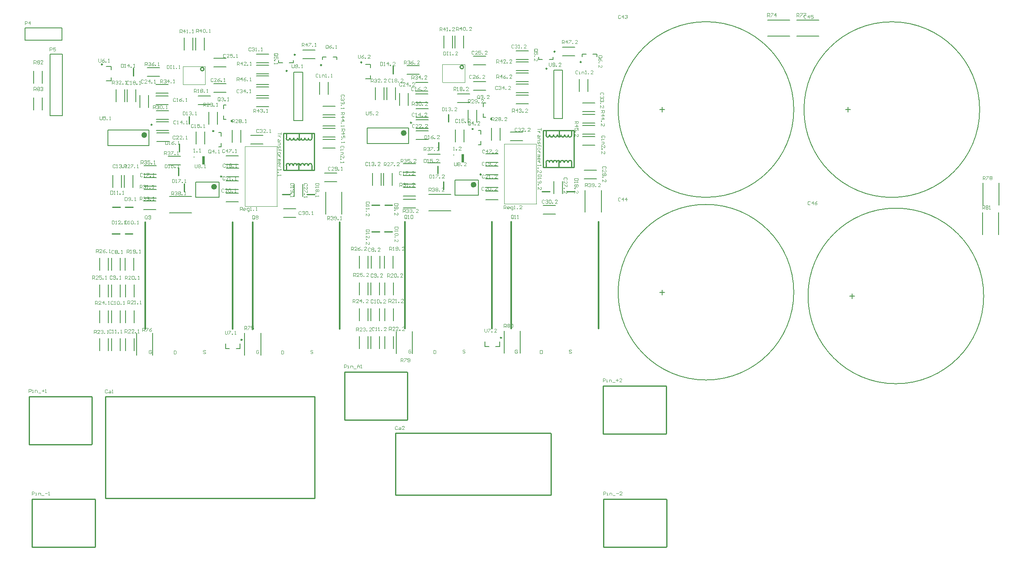
<source format=gto>
G04 Layer_Color=65535*
%FSLAX25Y25*%
%MOIN*%
G70*
G01*
G75*
%ADD45C,0.00984*%
%ADD46C,0.02362*%
%ADD47C,0.01000*%
%ADD48C,0.00787*%
%ADD49C,0.00800*%
%ADD50C,0.00394*%
%ADD51C,0.01181*%
%ADD52C,0.00315*%
%ADD53R,0.02362X0.06693*%
D45*
X1966673Y1166732D02*
G03*
X1966673Y1166732I-492J0D01*
G01*
X1960217Y1203661D02*
G03*
X1960217Y1203661I-492J0D01*
G01*
X1869744Y1257835D02*
G03*
X1869744Y1257835I-492J0D01*
G01*
X2230965Y1254390D02*
G03*
X2230965Y1254390I-492J0D01*
G01*
X2258890Y1259772D02*
G03*
X2258890Y1259772I-492J0D01*
G01*
X2237563Y1268232D02*
G03*
X2237563Y1268232I-492J0D01*
G01*
X1975295Y1211850D02*
G03*
X1975295Y1211850I-492J0D01*
G01*
X2186122Y1213505D02*
G03*
X2186122Y1213505I-492J0D01*
G01*
X2171043Y1205316D02*
G03*
X2171043Y1205316I-492J0D01*
G01*
X2177500Y1168387D02*
G03*
X2177500Y1168387I-492J0D01*
G01*
X2080571Y1259489D02*
G03*
X2080571Y1259489I-492J0D01*
G01*
X1983209Y1033957D02*
G03*
X1983209Y1033957I-492J0D01*
G01*
X2194036Y1035611D02*
G03*
X2194036Y1035611I-492J0D01*
G01*
X2047805Y1257252D02*
G03*
X2047805Y1257252I-492J0D01*
G01*
X2019892Y1252579D02*
G03*
X2019892Y1252579I-492J0D01*
G01*
X1910138Y1208780D02*
G03*
X1910138Y1208780I-492J0D01*
G01*
X2120965Y1210434D02*
G03*
X2120965Y1210434I-492J0D01*
G01*
X2026479Y1265713D02*
G03*
X2026479Y1265713I-492J0D01*
G01*
D46*
X1961634Y1158366D02*
G03*
X1961634Y1158366I-1181J0D01*
G01*
X2172461Y1160021D02*
G03*
X2172461Y1160021I-1181J0D01*
G01*
X1904882Y1200413D02*
G03*
X1904882Y1200413I-1181J0D01*
G01*
X2115709Y1202068D02*
G03*
X2115709Y1202068I-1181J0D01*
G01*
D47*
X2163129Y1255639D02*
G03*
X2163129Y1255639I-1408J0D01*
G01*
X1952302Y1253985D02*
G03*
X1952302Y1253985I-1408J0D01*
G01*
X2248264Y1200347D02*
G03*
X2251008Y1200276I1366J-268D01*
G01*
X2245491Y1200233D02*
G03*
X2248239Y1200352I1383J-154D01*
G01*
X2242347Y1200276D02*
G03*
X2245102Y1200276I1378J-197D01*
G01*
X2239585Y1200233D02*
G03*
X2242346Y1200276I1383J-154D01*
G01*
X2236436Y1200233D02*
G03*
X2239197Y1200276I1383J-154D01*
G01*
X2233291D02*
G03*
X2236047Y1200276I1378J-197D01*
G01*
X2230136Y1200233D02*
G03*
X2232903Y1200233I1383J-154D01*
G01*
X2251013Y1178271D02*
G03*
X2248247Y1178271I-1383J154D01*
G01*
X2247858Y1178228D02*
G03*
X2245102Y1178228I-1378J197D01*
G01*
X2244714Y1178271D02*
G03*
X2241953Y1178228I-1383J154D01*
G01*
X2241565Y1178271D02*
G03*
X2238803Y1178228I-1383J154D01*
G01*
X2238803D02*
G03*
X2236047Y1178228I-1378J197D01*
G01*
X2235659Y1178271D02*
G03*
X2232911Y1178152I-1383J154D01*
G01*
X2232886Y1178157D02*
G03*
X2230142Y1178228I-1366J268D01*
G01*
X2021801Y1175638D02*
G03*
X2019057Y1175709I-1366J268D01*
G01*
X2024575Y1175752D02*
G03*
X2021826Y1175633I-1383J154D01*
G01*
X2027719Y1175709D02*
G03*
X2024963Y1175709I-1378J197D01*
G01*
X2030480Y1175752D02*
G03*
X2027719Y1175709I-1383J154D01*
G01*
X2033630Y1175752D02*
G03*
X2030869Y1175709I-1383J154D01*
G01*
X2036774D02*
G03*
X2034018Y1175709I-1378J197D01*
G01*
X2039929Y1175752D02*
G03*
X2037162Y1175752I-1383J154D01*
G01*
X2019052Y1197713D02*
G03*
X2021819Y1197713I1383J-154D01*
G01*
X2022207Y1197756D02*
G03*
X2024963Y1197756I1378J-197D01*
G01*
X2025351Y1197713D02*
G03*
X2028113Y1197756I1383J-154D01*
G01*
X2028501Y1197713D02*
G03*
X2031262Y1197756I1383J-154D01*
G01*
X2031262D02*
G03*
X2034018Y1197756I1378J-197D01*
G01*
X2034406Y1197713D02*
G03*
X2037155Y1197832I1383J-154D01*
G01*
X2037180Y1197827D02*
G03*
X2039924Y1197756I1366J-268D01*
G01*
X2105748Y1250080D02*
Y1256379D01*
X2099031Y1143418D02*
X2105331D01*
X2088661Y1143418D02*
X2094961D01*
X2098874Y1121871D02*
X2105173D01*
X2088504Y1121871D02*
X2094803D01*
X1940039Y1209331D02*
Y1215630D01*
X2328032Y866299D02*
Y904095D01*
X2327638Y904488D02*
X2328032Y904095D01*
X2276850Y865512D02*
Y904488D01*
X2327638D01*
X2276850Y865512D02*
X2327638D01*
X2328032Y865905D01*
X2327756Y958307D02*
Y996102D01*
X2327362Y996496D02*
X2327756Y996102D01*
X2276575Y957520D02*
Y996496D01*
X2327362D01*
X2276575Y957520D02*
X2327362D01*
X2327756Y957913D01*
X2107755Y958174D02*
X2233955Y958074D01*
X2107755Y907874D02*
X2234155D01*
X2107756D02*
Y957874D01*
X2234055Y907874D02*
Y957874D01*
X2234079Y1204213D02*
X2246677D01*
X2227780Y1174291D02*
X2250220D01*
X2252976D01*
Y1204213D01*
X2227780D02*
X2234079D01*
X2246677D02*
X2252976D01*
X2227780Y1174291D02*
Y1204213D01*
X2227780Y1204213D02*
X2227780Y1204213D01*
X2227780D02*
Y1204213D01*
X2240766Y1198701D02*
Y1204207D01*
X2230136Y1200233D02*
Y1203813D01*
X2251008Y1200276D02*
Y1203819D01*
X2230142Y1174685D02*
Y1178228D01*
X2251013Y1174691D02*
Y1178271D01*
X2240383Y1174297D02*
Y1179803D01*
X2234472Y1174291D02*
X2247071D01*
X2226874Y1154629D02*
X2233173D01*
X2246874D02*
X2253173D01*
X2042126Y905079D02*
Y987701D01*
X1872047Y905079D02*
Y987836D01*
Y905079D02*
X2042126D01*
X1872047Y987836D02*
X2042126Y987701D01*
X2150866Y1210985D02*
Y1217284D01*
X1936181Y1154606D02*
Y1160905D01*
X2147008Y1156261D02*
Y1162560D01*
X1894921Y1248425D02*
Y1254724D01*
X1931492Y1167354D02*
Y1173654D01*
X2142319Y1169009D02*
Y1175308D01*
X1877835Y1141764D02*
X1884134D01*
X1888205Y1141764D02*
X1894504D01*
X1860905Y948976D02*
X1861299Y949370D01*
X1810118Y948976D02*
X1860905D01*
X1810118Y987953D02*
X1860905D01*
X1810118Y948976D02*
Y987953D01*
X1860905D02*
X1861299Y987559D01*
Y949764D02*
Y987559D01*
X1863425Y865512D02*
X1863819Y865905D01*
X1812638Y865512D02*
X1863425D01*
X1812638Y904488D02*
X1863425D01*
X1812638Y865512D02*
Y904488D01*
X1863425D02*
X1863819Y904095D01*
Y866299D02*
Y904095D01*
X2117165Y968701D02*
X2117559Y969094D01*
X2066378Y968701D02*
X2117165D01*
X2066378Y1007677D02*
X2117165D01*
X2066378Y968701D02*
Y1007677D01*
X2117165D02*
X2117559Y1007283D01*
Y969488D02*
Y1007283D01*
X2035790Y1152110D02*
X2042089D01*
X2015790D02*
X2022089D01*
X2023388Y1171772D02*
X2035987D01*
X2029299Y1171777D02*
Y1177283D01*
X2039929Y1172171D02*
Y1175752D01*
X2019057Y1172165D02*
Y1175709D01*
X2039924Y1197756D02*
Y1201299D01*
X2019052Y1197713D02*
Y1201294D01*
X2029682Y1196181D02*
Y1201687D01*
X2016695Y1201693D02*
Y1201693D01*
X2016695Y1201693D01*
Y1171772D02*
Y1201693D01*
X2035593Y1201693D02*
X2041892D01*
X2016695D02*
X2022994D01*
X2041892Y1171772D02*
Y1201693D01*
X2039136Y1171772D02*
X2041892D01*
X2016695D02*
X2039136D01*
X2022994Y1201693D02*
X2035593D01*
X1888047Y1120216D02*
X1894346D01*
X1877677Y1120216D02*
X1883976D01*
X1932165Y1186693D02*
Y1192992D01*
X2142992Y1188347D02*
Y1194646D01*
D48*
X2431472Y1072638D02*
G03*
X2431472Y1072638I-71354J0D01*
G01*
Y1221142D02*
G03*
X2431472Y1221142I-71354J0D01*
G01*
X2582495Y1221063D02*
G03*
X2582495Y1221063I-71354J0D01*
G01*
X2585763Y1069606D02*
G03*
X2585763Y1069606I-71354J0D01*
G01*
X1945492Y1162303D02*
X1964390D01*
X1945492Y1149705D02*
X1964390D01*
Y1162303D01*
X1945492Y1149705D02*
Y1162303D01*
X1964252Y1202480D02*
X1966220D01*
Y1199331D02*
Y1202480D01*
X1964252Y1190669D02*
X1966220D01*
Y1193819D01*
X1876732Y1244449D02*
Y1247205D01*
X1872795Y1244449D02*
X1876732D01*
Y1253504D02*
Y1256260D01*
X1872795D02*
X1876732D01*
X2324465Y1070638D02*
Y1074638D01*
X2322465Y1072638D02*
X2326465D01*
X2236378Y1213858D02*
X2243465D01*
X2236378Y1253228D02*
X2243465D01*
Y1213858D02*
Y1253228D01*
X2236378Y1213858D02*
Y1253228D01*
X2268240Y1266268D02*
X2271390D01*
Y1264299D02*
Y1266268D01*
X2259579D02*
X2262728D01*
X2259579Y1264299D02*
Y1266268D01*
X2224079Y1261736D02*
X2227228D01*
X2224079D02*
Y1263705D01*
X2232740Y1261736D02*
X2235890D01*
Y1263705D01*
X2324465Y1219142D02*
Y1223142D01*
X2322465Y1221142D02*
X2326465D01*
X2475488Y1219063D02*
Y1223063D01*
X2473488Y1221063D02*
X2477488D01*
X2478756Y1067606D02*
Y1071606D01*
X2476756Y1069606D02*
X2480756D01*
X1806732Y1287441D02*
X1836732D01*
X1806732Y1277441D02*
Y1287441D01*
Y1277441D02*
X1836732D01*
Y1287441D01*
X1827126Y1216102D02*
X1837126D01*
X1827126D02*
Y1266102D01*
X1837126Y1216102D02*
Y1266102D01*
X1827126D02*
X1837126D01*
X1968307Y1213031D02*
X1970276D01*
X1968307D02*
Y1216181D01*
Y1224842D02*
X1970276D01*
X1968307Y1221693D02*
Y1224842D01*
X2179134Y1214686D02*
X2181102D01*
X2179134D02*
Y1217835D01*
Y1226497D02*
X2181102D01*
X2179134Y1223347D02*
Y1226497D01*
X2175079Y1204135D02*
X2177047D01*
Y1200985D02*
Y1204135D01*
X2175079Y1192324D02*
X2177047D01*
Y1195473D01*
X2156319Y1163958D02*
X2175216D01*
X2156319Y1151359D02*
X2175216D01*
Y1163958D01*
X2156319Y1151359D02*
Y1163958D01*
X2087559Y1246103D02*
Y1248859D01*
X2083622Y1246103D02*
X2087559D01*
Y1255158D02*
Y1257914D01*
X2083622D02*
X2087559D01*
X1981536Y1026968D02*
Y1030906D01*
X1978386Y1026968D02*
X1981536D01*
X1969724D02*
Y1030906D01*
Y1026968D02*
X1972874D01*
X2192362Y1028623D02*
Y1032560D01*
X2189213Y1028623D02*
X2192362D01*
X2180551D02*
Y1032560D01*
Y1028623D02*
X2183701D01*
X2048495Y1261780D02*
Y1263748D01*
X2051644D01*
X2060305Y1261780D02*
Y1263748D01*
X2057156D02*
X2060305D01*
X2025306Y1212047D02*
X2032392D01*
X2025306Y1251417D02*
X2032392D01*
Y1212047D02*
Y1251417D01*
X2025306Y1212047D02*
Y1251417D01*
X1874173Y1191752D02*
Y1204350D01*
X1907638Y1191752D02*
Y1204350D01*
X1874173Y1191752D02*
X1907638D01*
X1874173Y1204350D02*
X1907638D01*
X2085000Y1193406D02*
Y1206005D01*
X2118465Y1193406D02*
Y1206005D01*
X2085000Y1193406D02*
X2118465D01*
X2085000Y1206005D02*
X2118465D01*
X2024805Y1259216D02*
Y1261185D01*
X2021656Y1259216D02*
X2024805D01*
X2012995D02*
Y1261185D01*
Y1259216D02*
X2016144D01*
D49*
X2181185Y1185111D02*
X2191185D01*
X2181185Y1178111D02*
X2191185D01*
X2181194Y1174994D02*
X2191194D01*
X2181194Y1167994D02*
X2191194D01*
X2181169Y1157960D02*
X2191169D01*
X2181169Y1164960D02*
X2191169D01*
X2181169Y1147920D02*
X2191169D01*
X2181169Y1154920D02*
X2191169D01*
X2171076Y1264325D02*
X2181076D01*
X2171076Y1257325D02*
X2181076D01*
X2163147Y1270988D02*
Y1280988D01*
X2156147Y1270988D02*
Y1280988D01*
X2154147Y1270988D02*
Y1280988D01*
X2147147Y1270988D02*
Y1280988D01*
X2117035Y1256889D02*
X2127035D01*
X2117035Y1249889D02*
X2127035D01*
X2091576Y1229240D02*
Y1239240D01*
X2098576Y1229240D02*
Y1239240D01*
X2107789Y1229240D02*
Y1239240D01*
X2100789Y1229240D02*
Y1239240D01*
X2114239Y1177243D02*
X2124239D01*
X2114239Y1170243D02*
X2124239D01*
X2114239Y1160598D02*
X2124239D01*
X2114239Y1167598D02*
X2124239D01*
X2114239Y1157952D02*
X2124239D01*
X2114239Y1150952D02*
X2124239D01*
X2114121Y1148306D02*
X2124121D01*
X2114121Y1141306D02*
X2124121D01*
X2098191Y1159555D02*
Y1169555D01*
X2105191Y1159555D02*
Y1169555D01*
X2089140Y1159541D02*
Y1169541D01*
X2096140Y1159541D02*
Y1169541D01*
X2094996Y1026681D02*
Y1036681D01*
X2087996Y1026681D02*
Y1036681D01*
X2106216Y1026681D02*
Y1036681D01*
X2099216Y1026681D02*
Y1036681D01*
X2121518Y1022853D02*
Y1040826D01*
X2108382Y1022853D02*
Y1040826D01*
X2085471Y1026681D02*
Y1036681D01*
X2078471Y1026681D02*
Y1036681D01*
X2094996Y1049462D02*
Y1059462D01*
X2087996Y1049462D02*
Y1059462D01*
X2099216Y1049462D02*
Y1059462D01*
X2106216Y1049462D02*
Y1059462D01*
X2085471Y1049462D02*
Y1059462D01*
X2078471Y1049462D02*
Y1059462D01*
X2094996Y1070328D02*
Y1080328D01*
X2087996Y1070328D02*
Y1080328D01*
X2099216Y1070328D02*
Y1080328D01*
X2106216Y1070328D02*
Y1080328D01*
X2085471Y1070328D02*
Y1080328D01*
X2078471Y1070328D02*
Y1080328D01*
X2095112Y1092180D02*
Y1102180D01*
X2088112Y1092180D02*
Y1102180D01*
X2105904Y1092180D02*
Y1102180D01*
X2098904Y1092180D02*
Y1102180D01*
X2085471Y1092180D02*
Y1102180D01*
X2078471Y1092180D02*
Y1102180D01*
X2064274Y1136012D02*
Y1153984D01*
X2051138Y1136012D02*
Y1153984D01*
X1970342Y1146266D02*
X1980342D01*
X1970342Y1153266D02*
X1980342D01*
X1970342Y1156306D02*
X1980342D01*
X1970342Y1163305D02*
X1980342D01*
X1970367Y1173340D02*
X1980367D01*
X1970367Y1166340D02*
X1980367D01*
X1945794Y1193038D02*
Y1203038D01*
X1952794Y1193038D02*
Y1203038D01*
X1963069Y1209068D02*
Y1219068D01*
X1956069Y1209068D02*
Y1219068D01*
X1913806Y1195006D02*
X1923806D01*
X1913806Y1202006D02*
X1923806D01*
X1910691Y1021632D02*
Y1039605D01*
X1897555Y1021632D02*
Y1039605D01*
X1895390Y1025026D02*
Y1035026D01*
X1888390Y1025026D02*
Y1035026D01*
X1874644Y1025026D02*
Y1035026D01*
X1867644Y1025026D02*
Y1035026D01*
X1884169Y1047808D02*
Y1057808D01*
X1877169Y1047808D02*
Y1057808D01*
X1888390Y1047808D02*
Y1057808D01*
X1895390Y1047808D02*
Y1057808D01*
X1874644Y1047808D02*
Y1057808D01*
X1867644Y1047808D02*
Y1057808D01*
X1888390Y1068674D02*
Y1078674D01*
X1895390Y1068674D02*
Y1078674D01*
X1874644Y1068674D02*
Y1078674D01*
X1867644Y1068674D02*
Y1078674D01*
X1884285Y1090525D02*
Y1100525D01*
X1877285Y1090525D02*
Y1100525D01*
X1895077Y1090525D02*
Y1100525D01*
X1888077Y1090525D02*
Y1100525D01*
X1874644Y1090525D02*
Y1100525D01*
X1867644Y1090525D02*
Y1100525D01*
X1960249Y1242013D02*
X1970249D01*
X1960249Y1235013D02*
X1970249D01*
X1960249Y1262671D02*
X1970249D01*
X1960249Y1255671D02*
X1970249D01*
X1952435Y1269318D02*
Y1279318D01*
X1945435Y1269318D02*
Y1279318D01*
X1943183Y1269318D02*
Y1279318D01*
X1936183Y1269318D02*
Y1279318D01*
X1913280Y1234490D02*
X1923280D01*
X1913280Y1241490D02*
X1923280D01*
X1821017Y1242453D02*
Y1252454D01*
X1814017Y1242453D02*
Y1252454D01*
Y1220775D02*
Y1230775D01*
X1821017Y1220775D02*
Y1230775D01*
X2243449Y1264935D02*
X2253449D01*
X2243449Y1271935D02*
X2253449D01*
X2205984Y1250958D02*
X2215984D01*
X2205984Y1243958D02*
X2215984D01*
X2259958Y1201289D02*
X2269958D01*
X2259958Y1208289D02*
X2269958D01*
X2259958Y1210289D02*
X2269958D01*
X2259958Y1217289D02*
X2269958D01*
X2205993Y1232872D02*
X2215993D01*
X2205993Y1225872D02*
X2215993D01*
X2205984Y1259789D02*
X2215984D01*
X2205984Y1252789D02*
X2215984D01*
X2260011Y1199215D02*
X2270011D01*
X2260011Y1192215D02*
X2270011D01*
X2257151Y1235893D02*
Y1245893D01*
X2264151Y1235893D02*
Y1245893D01*
X2205984Y1234958D02*
X2215984D01*
X2205984Y1241958D02*
X2215984D01*
X2259698Y1219372D02*
X2269698D01*
X2259698Y1226372D02*
X2269698D01*
X2201347Y1202754D02*
X2211347D01*
X2201347Y1195754D02*
X2211347D01*
X2205984Y1268752D02*
X2215984D01*
X2205984Y1261752D02*
X2215984D01*
X2227922Y1142990D02*
X2237922D01*
X2227922Y1135991D02*
X2237922D01*
X2261190Y1171967D02*
X2271190D01*
X2261190Y1164967D02*
X2271190D01*
X2236484Y1152857D02*
Y1162858D01*
X2243484Y1152857D02*
Y1162858D01*
X1878313Y1157887D02*
Y1167887D01*
X1885313Y1157887D02*
Y1167887D01*
X1913688Y1204214D02*
X1923688D01*
X1913688Y1211214D02*
X1923688D01*
X2124515Y1205869D02*
X2134515D01*
X2124515Y1212868D02*
X2134515D01*
X2156620Y1194692D02*
Y1204692D01*
X2163621Y1194692D02*
Y1204692D01*
X1913280Y1232238D02*
X1923280D01*
X1913280Y1225238D02*
X1923280D01*
X2124107Y1233892D02*
X2134107D01*
X2124107Y1226892D02*
X2134107D01*
X1903413Y1158943D02*
X1913413D01*
X1903413Y1165943D02*
X1913413D01*
X1896962Y1227586D02*
Y1237586D01*
X1889962Y1227586D02*
Y1237586D01*
X2124633Y1196661D02*
X2134633D01*
X2124633Y1203661D02*
X2134633D01*
X1907238Y1222783D02*
Y1232783D01*
X1900238Y1222783D02*
Y1232783D01*
X2118065Y1224437D02*
Y1234437D01*
X2111065Y1224437D02*
Y1234437D01*
X2171076Y1243668D02*
X2181076D01*
X2171076Y1236668D02*
X2181076D01*
X1947507Y1232242D02*
X1957507D01*
X1947507Y1225243D02*
X1957507D01*
X2158334Y1233897D02*
X2168334D01*
X2158334Y1226897D02*
X2168334D01*
X1887364Y1157901D02*
Y1167901D01*
X1894364Y1157901D02*
Y1167901D01*
X1975164Y1194501D02*
Y1204501D01*
X1982164Y1194501D02*
Y1204501D01*
X2185991Y1196155D02*
Y1206155D01*
X2192990Y1196155D02*
Y1206155D01*
X2173896Y1210722D02*
Y1220722D01*
X2166896Y1210722D02*
Y1220722D01*
X1913688Y1213269D02*
X1923688D01*
X1913688Y1220269D02*
X1923688D01*
X2124515Y1214924D02*
X2134515D01*
X2124515Y1221924D02*
X2134515D01*
X1880750Y1227586D02*
Y1237586D01*
X1887750Y1227586D02*
Y1237586D01*
X1903413Y1156298D02*
X1913413D01*
X1903413Y1149298D02*
X1913413D01*
X2124107Y1236144D02*
X2134107D01*
X2124107Y1243144D02*
X2134107D01*
X1903295Y1146652D02*
X1913294D01*
X1903295Y1139652D02*
X1913294D01*
X1903413Y1175589D02*
X1913413D01*
X1903413Y1168589D02*
X1913413D01*
X1924144Y1137195D02*
X1942117D01*
X1924144Y1150331D02*
X1942117D01*
X2134971Y1138849D02*
X2152943D01*
X2134971Y1151985D02*
X2152943D01*
X1906208Y1255235D02*
X1916208D01*
X1906208Y1248235D02*
X1916208D01*
X2275101Y1137666D02*
Y1155639D01*
X2261965Y1137666D02*
Y1155639D01*
X1923255Y1183305D02*
X1933255D01*
X1923255Y1176305D02*
X1933255D01*
X2134082Y1184960D02*
X2144082D01*
X2134082Y1177960D02*
X2144082D01*
X1998368Y1021632D02*
Y1039605D01*
X1985232Y1021632D02*
Y1039605D01*
X2209195Y1023287D02*
Y1041259D01*
X2196059Y1023287D02*
Y1041259D01*
X2410097Y1280765D02*
X2428069D01*
X2410097Y1293902D02*
X2428069D01*
X2433916Y1280765D02*
X2451888D01*
X2433916Y1293902D02*
X2451888D01*
X2585214Y1143545D02*
Y1161517D01*
X2598350Y1143545D02*
Y1161517D01*
X2584781Y1119569D02*
Y1137541D01*
X2597917Y1119569D02*
Y1137541D01*
X2032400Y1150338D02*
Y1160338D01*
X2025400Y1150338D02*
Y1160338D01*
X2016838Y1133471D02*
X2026838D01*
X2016838Y1140471D02*
X2026838D01*
X2050105Y1162447D02*
X2060106D01*
X2050105Y1169447D02*
X2060106D01*
X1994900Y1266232D02*
X2004900D01*
X1994900Y1259232D02*
X2004900D01*
X1990263Y1193235D02*
X2000263D01*
X1990263Y1200235D02*
X2000263D01*
X1994900Y1232439D02*
X2004900D01*
X1994900Y1239439D02*
X2004900D01*
X2046067Y1233373D02*
Y1243373D01*
X2053067Y1233373D02*
Y1243373D01*
X2048927Y1196695D02*
X2058927D01*
X2048927Y1189695D02*
X2058927D01*
X1994900Y1257269D02*
X2004900D01*
X1994900Y1250269D02*
X2004900D01*
X1994909Y1230353D02*
X2004909D01*
X1994909Y1223353D02*
X2004909D01*
X2048873Y1207769D02*
X2058873D01*
X2048873Y1214769D02*
X2058873D01*
X2048873Y1198769D02*
X2058873D01*
X2048873Y1205769D02*
X2058873D01*
X1994900Y1248439D02*
X2004900D01*
X1994900Y1241439D02*
X2004900D01*
X2032365Y1262415D02*
X2042365D01*
X2032365Y1269415D02*
X2042365D01*
X2048873Y1216769D02*
X2058873D01*
X2048873Y1223769D02*
X2058873D01*
X1884169Y1068674D02*
Y1078674D01*
X1877169Y1068674D02*
Y1078674D01*
X1884169Y1025026D02*
Y1035026D01*
X1877169Y1025026D02*
Y1035026D01*
X1970358Y1183457D02*
X1980358D01*
X1970358Y1176457D02*
X1980358D01*
D50*
X2146268Y1257896D02*
X2164046D01*
Y1243263D02*
Y1257896D01*
X2164046Y1243263D02*
X2164046Y1243263D01*
X2146062Y1243263D02*
X2164046D01*
X2145994Y1243331D02*
X2146062Y1243263D01*
X2145994Y1243331D02*
Y1257896D01*
X1985641Y1142480D02*
X1985716Y1142404D01*
X1986543D01*
X1985641Y1142480D02*
Y1191079D01*
X1985642Y1191081D01*
X2011596D01*
X2011672Y1191156D01*
Y1142480D02*
Y1191156D01*
Y1142480D02*
X2011747Y1142404D01*
X1986543D02*
X2011747D01*
X1935441Y1256241D02*
X1953219D01*
Y1241608D02*
Y1256241D01*
X1953219Y1241608D02*
X1953219Y1241608D01*
X1935235Y1241608D02*
X1953219D01*
X1935167Y1241677D02*
X1935235Y1241608D01*
X1935167Y1241677D02*
Y1256241D01*
X2196267Y1144497D02*
X2196342Y1144421D01*
X2197170D01*
X2196267Y1144497D02*
Y1193096D01*
X2196269Y1193098D01*
X2222223D01*
X2222298Y1193173D01*
Y1144497D02*
Y1193173D01*
Y1144497D02*
X2222373Y1144421D01*
X2197170D02*
X2222373D01*
D51*
X1991811Y1042795D02*
Y1129409D01*
X2062677Y1042795D02*
Y1129409D01*
X1904535Y1042795D02*
Y1129409D01*
X1975402Y1042795D02*
Y1129409D01*
X2115394Y1043110D02*
Y1129724D01*
X2186260Y1043110D02*
Y1129724D01*
X2201969Y1043110D02*
Y1129724D01*
X2272835Y1043110D02*
Y1129724D01*
D52*
X1944700Y1176555D02*
Y1174259D01*
X1945159Y1173800D01*
X1946078D01*
X1946537Y1174259D01*
Y1176555D01*
X1947455Y1176096D02*
X1947914Y1176555D01*
X1948833D01*
X1949292Y1176096D01*
Y1175637D01*
X1948833Y1175177D01*
X1949292Y1174718D01*
Y1174259D01*
X1948833Y1173800D01*
X1947914D01*
X1947455Y1174259D01*
Y1174718D01*
X1947914Y1175177D01*
X1947455Y1175637D01*
Y1176096D01*
X1947914Y1175177D02*
X1948833D01*
X1950210Y1173800D02*
Y1174259D01*
X1950669D01*
Y1173800D01*
X1950210D01*
X1952506D02*
X1953424D01*
X1952965D01*
Y1176555D01*
X1952506Y1176096D01*
X1981535Y1139173D02*
Y1141928D01*
X1982913D01*
X1983372Y1141469D01*
Y1140551D01*
X1982913Y1140092D01*
X1981535D01*
X1982454D02*
X1983372Y1139173D01*
X1985668D02*
X1984750D01*
X1984291Y1139632D01*
Y1140551D01*
X1984750Y1141010D01*
X1985668D01*
X1986127Y1140551D01*
Y1140092D01*
X1984291D01*
X1987964Y1138255D02*
X1988423D01*
X1988882Y1138714D01*
Y1141010D01*
X1987505D01*
X1987045Y1140551D01*
Y1139632D01*
X1987505Y1139173D01*
X1988882D01*
X1989800D02*
X1990719D01*
X1990260D01*
Y1141928D01*
X1989800Y1141469D01*
X1992096Y1139173D02*
Y1139632D01*
X1992555D01*
Y1139173D01*
X1992096D01*
X1994392D02*
X1995311D01*
X1994851D01*
Y1141928D01*
X1994392Y1141469D01*
X2009773Y1265025D02*
X2011610D01*
X2012069Y1265484D01*
Y1266403D01*
X2011610Y1266862D01*
X2009773D01*
X2009314Y1266403D01*
Y1265484D01*
X2010232Y1265944D02*
X2009314Y1265025D01*
Y1265484D02*
X2009773Y1265025D01*
X2012069Y1262270D02*
Y1264107D01*
X2010691D01*
X2011151Y1263188D01*
Y1262729D01*
X2010691Y1262270D01*
X2009773D01*
X2009314Y1262729D01*
Y1263648D01*
X2009773Y1264107D01*
X2009314Y1261352D02*
X2009773D01*
Y1260893D01*
X2009314D01*
Y1261352D01*
Y1259056D02*
Y1258138D01*
Y1258597D01*
X2012069D01*
X2011610Y1259056D01*
X2084000Y1219455D02*
Y1217159D01*
X2084459Y1216700D01*
X2085378D01*
X2085837Y1217159D01*
Y1219455D01*
X2088592D02*
X2086755D01*
Y1218077D01*
X2087673Y1218537D01*
X2088132D01*
X2088592Y1218077D01*
Y1217159D01*
X2088132Y1216700D01*
X2087214D01*
X2086755Y1217159D01*
X2089510Y1216700D02*
Y1217159D01*
X2089969D01*
Y1216700D01*
X2089510D01*
X2093643D02*
X2091806D01*
X2093643Y1218537D01*
Y1218996D01*
X2093183Y1219455D01*
X2092265D01*
X2091806Y1218996D01*
X1867598Y1215590D02*
Y1213294D01*
X1868058Y1212835D01*
X1868976D01*
X1869435Y1213294D01*
Y1215590D01*
X1872190D02*
X1870354D01*
Y1214212D01*
X1871272Y1214671D01*
X1871731D01*
X1872190Y1214212D01*
Y1213294D01*
X1871731Y1212835D01*
X1870813D01*
X1870354Y1213294D01*
X1873108Y1212835D02*
Y1213294D01*
X1873568D01*
Y1212835D01*
X1873108D01*
X1875404D02*
X1876323D01*
X1875863D01*
Y1215590D01*
X1875404Y1215131D01*
X2180223Y1187965D02*
X2179763Y1188424D01*
X2178845D01*
X2178386Y1187965D01*
Y1186129D01*
X2178845Y1185669D01*
X2179763D01*
X2180223Y1186129D01*
X2182518Y1185669D02*
Y1188424D01*
X2181141Y1187047D01*
X2182977D01*
X2183896Y1188424D02*
X2185732D01*
Y1187965D01*
X2183896Y1186129D01*
Y1185669D01*
X2186651D02*
Y1186129D01*
X2187110D01*
Y1185669D01*
X2186651D01*
X2190783D02*
X2188947D01*
X2190783Y1187506D01*
Y1187965D01*
X2190324Y1188424D01*
X2189406D01*
X2188947Y1187965D01*
X1968937Y1188496D02*
X1968477Y1188955D01*
X1967559D01*
X1967100Y1188496D01*
Y1186659D01*
X1967559Y1186200D01*
X1968477D01*
X1968937Y1186659D01*
X1971232Y1186200D02*
Y1188955D01*
X1969855Y1187578D01*
X1971692D01*
X1972610Y1188955D02*
X1974447D01*
Y1188496D01*
X1972610Y1186659D01*
Y1186200D01*
X1975365D02*
Y1186659D01*
X1975824D01*
Y1186200D01*
X1975365D01*
X1977661D02*
X1978579D01*
X1978120D01*
Y1188955D01*
X1977661Y1188496D01*
X2131500Y1200255D02*
Y1197500D01*
X2132878D01*
X2133337Y1197959D01*
Y1199796D01*
X2132878Y1200255D01*
X2131500D01*
X2134255Y1197500D02*
X2135173D01*
X2134714D01*
Y1200255D01*
X2134255Y1199796D01*
X2138387Y1200255D02*
X2137469Y1199796D01*
X2136551Y1198878D01*
Y1197959D01*
X2137010Y1197500D01*
X2137928D01*
X2138387Y1197959D01*
Y1198418D01*
X2137928Y1198878D01*
X2136551D01*
X2139306Y1197500D02*
Y1197959D01*
X2139765D01*
Y1197500D01*
X2139306D01*
X2143438D02*
X2141602D01*
X2143438Y1199337D01*
Y1199796D01*
X2142979Y1200255D01*
X2142061D01*
X2141602Y1199796D01*
X1920945Y1195511D02*
Y1192756D01*
X1922322D01*
X1922782Y1193215D01*
Y1195052D01*
X1922322Y1195511D01*
X1920945D01*
X1923700Y1192756D02*
X1924618D01*
X1924159D01*
Y1195511D01*
X1923700Y1195052D01*
X1927832Y1195511D02*
X1926914Y1195052D01*
X1925996Y1194133D01*
Y1193215D01*
X1926455Y1192756D01*
X1927373D01*
X1927832Y1193215D01*
Y1193674D01*
X1927373Y1194133D01*
X1925996D01*
X1928751Y1192756D02*
Y1193215D01*
X1929210D01*
Y1192756D01*
X1928751D01*
X1931047D02*
X1931965D01*
X1931506D01*
Y1195511D01*
X1931047Y1195052D01*
X2086692Y1123583D02*
X2083937D01*
Y1122205D01*
X2084396Y1121746D01*
X2086233D01*
X2086692Y1122205D01*
Y1123583D01*
X2083937Y1120828D02*
Y1119909D01*
Y1120368D01*
X2086692D01*
X2086233Y1120828D01*
X2083937Y1116695D02*
Y1118532D01*
X2085774Y1116695D01*
X2086233D01*
X2086692Y1117154D01*
Y1118073D01*
X2086233Y1118532D01*
X2083937Y1115777D02*
X2084396D01*
Y1115318D01*
X2083937D01*
Y1115777D01*
Y1111644D02*
Y1113481D01*
X2085774Y1111644D01*
X2086233D01*
X2086692Y1112103D01*
Y1113022D01*
X2086233Y1113481D01*
X1877500Y1130755D02*
Y1128000D01*
X1878877D01*
X1879337Y1128459D01*
Y1130296D01*
X1878877Y1130755D01*
X1877500D01*
X1880255Y1128000D02*
X1881173D01*
X1880714D01*
Y1130755D01*
X1880255Y1130296D01*
X1884388Y1128000D02*
X1882551D01*
X1884388Y1129837D01*
Y1130296D01*
X1883928Y1130755D01*
X1883010D01*
X1882551Y1130296D01*
X1885306Y1128000D02*
Y1128459D01*
X1885765D01*
Y1128000D01*
X1885306D01*
X1887602D02*
X1888520D01*
X1888061D01*
Y1130755D01*
X1887602Y1130296D01*
X2109920Y1125669D02*
X2107165D01*
Y1124292D01*
X2107624Y1123833D01*
X2109461D01*
X2109920Y1124292D01*
Y1125669D01*
X2107165Y1122914D02*
Y1121996D01*
Y1122455D01*
X2109920D01*
X2109461Y1122914D01*
Y1120618D02*
X2109920Y1120159D01*
Y1119241D01*
X2109461Y1118782D01*
X2107624D01*
X2107165Y1119241D01*
Y1120159D01*
X2107624Y1120618D01*
X2109461D01*
X2107165Y1117863D02*
X2107624D01*
Y1117404D01*
X2107165D01*
Y1117863D01*
Y1113731D02*
Y1115567D01*
X2109002Y1113731D01*
X2109461D01*
X2109920Y1114190D01*
Y1115108D01*
X2109461Y1115567D01*
X1887900Y1130755D02*
Y1128000D01*
X1889277D01*
X1889737Y1128459D01*
Y1130296D01*
X1889277Y1130755D01*
X1887900D01*
X1890655Y1128000D02*
X1891573D01*
X1891114D01*
Y1130755D01*
X1890655Y1130296D01*
X1892951D02*
X1893410Y1130755D01*
X1894328D01*
X1894787Y1130296D01*
Y1128459D01*
X1894328Y1128000D01*
X1893410D01*
X1892951Y1128459D01*
Y1130296D01*
X1895706Y1128000D02*
Y1128459D01*
X1896165D01*
Y1128000D01*
X1895706D01*
X1898002D02*
X1898920D01*
X1898461D01*
Y1130755D01*
X1898002Y1130296D01*
X2180104Y1167611D02*
X2179645Y1168070D01*
X2178727D01*
X2178268Y1167611D01*
Y1165774D01*
X2178727Y1165315D01*
X2179645D01*
X2180104Y1165774D01*
X2182859Y1165315D02*
X2181023D01*
X2182859Y1167152D01*
Y1167611D01*
X2182400Y1168070D01*
X2181482D01*
X2181023Y1167611D01*
X2183778Y1165315D02*
X2184696D01*
X2184237D01*
Y1168070D01*
X2183778Y1167611D01*
X2186074Y1165315D02*
Y1165774D01*
X2186533D01*
Y1165315D01*
X2186074D01*
X2190206D02*
X2188370D01*
X2190206Y1167152D01*
Y1167611D01*
X2189747Y1168070D01*
X2188829D01*
X2188370Y1167611D01*
X1969199Y1166233D02*
X1968740Y1166692D01*
X1967821D01*
X1967362Y1166233D01*
Y1164396D01*
X1967821Y1163937D01*
X1968740D01*
X1969199Y1164396D01*
X1971954Y1163937D02*
X1970117D01*
X1971954Y1165774D01*
Y1166233D01*
X1971495Y1166692D01*
X1970576D01*
X1970117Y1166233D01*
X1972872Y1163937D02*
X1973791D01*
X1973331D01*
Y1166692D01*
X1972872Y1166233D01*
X1975168Y1163937D02*
Y1164396D01*
X1975627D01*
Y1163937D01*
X1975168D01*
X1977464D02*
X1978382D01*
X1977923D01*
Y1166692D01*
X1977464Y1166233D01*
X2090656Y1043634D02*
X2090196Y1044094D01*
X2089278D01*
X2088819Y1043634D01*
Y1041798D01*
X2089278Y1041339D01*
X2090196D01*
X2090656Y1041798D01*
X2091574Y1041339D02*
X2092492D01*
X2092033D01*
Y1044094D01*
X2091574Y1043634D01*
X2093870Y1041339D02*
X2094788D01*
X2094329D01*
Y1044094D01*
X2093870Y1043634D01*
X2096166Y1041339D02*
Y1041798D01*
X2096625D01*
Y1041339D01*
X2096166D01*
X2100298D02*
X2098462D01*
X2100298Y1043175D01*
Y1043634D01*
X2099839Y1044094D01*
X2098921D01*
X2098462Y1043634D01*
X1876732Y1041660D02*
X1876273Y1042120D01*
X1875354D01*
X1874895Y1041660D01*
Y1039824D01*
X1875354Y1039365D01*
X1876273D01*
X1876732Y1039824D01*
X1877650Y1039365D02*
X1878569D01*
X1878110D01*
Y1042120D01*
X1877650Y1041660D01*
X1879946Y1039365D02*
X1880865D01*
X1880405D01*
Y1042120D01*
X1879946Y1041660D01*
X1882242Y1039365D02*
Y1039824D01*
X1882701D01*
Y1039365D01*
X1882242D01*
X1884538D02*
X1885456D01*
X1884997D01*
Y1042120D01*
X1884538Y1041660D01*
X2089671Y1066272D02*
X2089212Y1066731D01*
X2088294D01*
X2087835Y1066272D01*
Y1064435D01*
X2088294Y1063976D01*
X2089212D01*
X2089671Y1064435D01*
X2090590Y1063976D02*
X2091508D01*
X2091049D01*
Y1066731D01*
X2090590Y1066272D01*
X2092886D02*
X2093345Y1066731D01*
X2094263D01*
X2094722Y1066272D01*
Y1064435D01*
X2094263Y1063976D01*
X2093345D01*
X2092886Y1064435D01*
Y1066272D01*
X2095641Y1063976D02*
Y1064435D01*
X2096100D01*
Y1063976D01*
X2095641D01*
X2099773D02*
X2097936D01*
X2099773Y1065813D01*
Y1066272D01*
X2099314Y1066731D01*
X2098396D01*
X2097936Y1066272D01*
X1878411Y1064973D02*
X1877952Y1065432D01*
X1877034D01*
X1876575Y1064973D01*
Y1063136D01*
X1877034Y1062677D01*
X1877952D01*
X1878411Y1063136D01*
X1879330Y1062677D02*
X1880248D01*
X1879789D01*
Y1065432D01*
X1879330Y1064973D01*
X1881626D02*
X1882085Y1065432D01*
X1883003D01*
X1883462Y1064973D01*
Y1063136D01*
X1883003Y1062677D01*
X1882085D01*
X1881626Y1063136D01*
Y1064973D01*
X1884381Y1062677D02*
Y1063136D01*
X1884840D01*
Y1062677D01*
X1884381D01*
X1886676D02*
X1887595D01*
X1887136D01*
Y1065432D01*
X1886676Y1064973D01*
X2089553Y1087257D02*
X2089094Y1087716D01*
X2088176D01*
X2087716Y1087257D01*
Y1085420D01*
X2088176Y1084961D01*
X2089094D01*
X2089553Y1085420D01*
X2090472D02*
X2090931Y1084961D01*
X2091849D01*
X2092308Y1085420D01*
Y1087257D01*
X2091849Y1087716D01*
X2090931D01*
X2090472Y1087257D01*
Y1086797D01*
X2090931Y1086338D01*
X2092308D01*
X2093227Y1084961D02*
Y1085420D01*
X2093686D01*
Y1084961D01*
X2093227D01*
X2097359D02*
X2095522D01*
X2097359Y1086797D01*
Y1087257D01*
X2096900Y1087716D01*
X2095982D01*
X2095522Y1087257D01*
X1877598Y1085575D02*
X1877139Y1086034D01*
X1876221D01*
X1875761Y1085575D01*
Y1083739D01*
X1876221Y1083280D01*
X1877139D01*
X1877598Y1083739D01*
X1878516D02*
X1878976Y1083280D01*
X1879894D01*
X1880353Y1083739D01*
Y1085575D01*
X1879894Y1086034D01*
X1878976D01*
X1878516Y1085575D01*
Y1085116D01*
X1878976Y1084657D01*
X1880353D01*
X1881272Y1083280D02*
Y1083739D01*
X1881731D01*
Y1083280D01*
X1881272D01*
X1883567D02*
X1884486D01*
X1884027D01*
Y1086034D01*
X1883567Y1085575D01*
X2087427Y1108241D02*
X2086968Y1108700D01*
X2086050D01*
X2085591Y1108241D01*
Y1106404D01*
X2086050Y1105945D01*
X2086968D01*
X2087427Y1106404D01*
X2088346Y1108241D02*
X2088805Y1108700D01*
X2089723D01*
X2090182Y1108241D01*
Y1107782D01*
X2089723Y1107322D01*
X2090182Y1106863D01*
Y1106404D01*
X2089723Y1105945D01*
X2088805D01*
X2088346Y1106404D01*
Y1106863D01*
X2088805Y1107322D01*
X2088346Y1107782D01*
Y1108241D01*
X2088805Y1107322D02*
X2089723D01*
X2091101Y1105945D02*
Y1106404D01*
X2091560D01*
Y1105945D01*
X2091101D01*
X2095233D02*
X2093396D01*
X2095233Y1107782D01*
Y1108241D01*
X2094774Y1108700D01*
X2093856D01*
X2093396Y1108241D01*
X1879002Y1106390D02*
X1878543Y1106849D01*
X1877625D01*
X1877165Y1106390D01*
Y1104554D01*
X1877625Y1104095D01*
X1878543D01*
X1879002Y1104554D01*
X1879920Y1106390D02*
X1880379Y1106849D01*
X1881298D01*
X1881757Y1106390D01*
Y1105931D01*
X1881298Y1105472D01*
X1881757Y1105013D01*
Y1104554D01*
X1881298Y1104095D01*
X1880379D01*
X1879920Y1104554D01*
Y1105013D01*
X1880379Y1105472D01*
X1879920Y1105931D01*
Y1106390D01*
X1880379Y1105472D02*
X1881298D01*
X1882675Y1104095D02*
Y1104554D01*
X1883135D01*
Y1104095D01*
X1882675D01*
X1884971D02*
X1885890D01*
X1885430D01*
Y1106849D01*
X1884971Y1106390D01*
X2014957Y1202551D02*
Y1200714D01*
Y1201633D01*
X2012202D01*
X2014039Y1199796D02*
X2012202D01*
X2013121D01*
X2013580Y1199337D01*
X2014039Y1198878D01*
Y1198419D01*
Y1196582D02*
Y1195664D01*
X2013580Y1195204D01*
X2012202D01*
Y1196582D01*
X2012662Y1197041D01*
X2013121Y1196582D01*
Y1195204D01*
X2012202Y1194286D02*
X2014039D01*
Y1192908D01*
X2013580Y1192449D01*
X2012202D01*
Y1191531D02*
Y1190154D01*
X2012662Y1189694D01*
X2013121Y1190154D01*
Y1191072D01*
X2013580Y1191531D01*
X2014039Y1191072D01*
Y1189694D01*
X2012202Y1188317D02*
X2014498D01*
X2013580D01*
Y1188776D01*
Y1187858D01*
Y1188317D01*
X2014498D01*
X2014957Y1187858D01*
X2012202Y1186021D02*
Y1185103D01*
X2012662Y1184643D01*
X2013580D01*
X2014039Y1185103D01*
Y1186021D01*
X2013580Y1186480D01*
X2012662D01*
X2012202Y1186021D01*
X2014039Y1183725D02*
X2012202D01*
X2013121D01*
X2013580Y1183266D01*
X2014039Y1182807D01*
Y1182348D01*
X2012202Y1180970D02*
X2014039D01*
Y1180511D01*
X2013580Y1180052D01*
X2012202D01*
X2013580D01*
X2014039Y1179593D01*
X2013580Y1179134D01*
X2012202D01*
Y1176838D02*
Y1177756D01*
X2012662Y1178215D01*
X2013580D01*
X2014039Y1177756D01*
Y1176838D01*
X2013580Y1176378D01*
X2013121D01*
Y1178215D01*
X2014039Y1175460D02*
X2012202D01*
X2013121D01*
X2013580Y1175001D01*
X2014039Y1174542D01*
Y1174083D01*
X2012202Y1172705D02*
Y1171787D01*
Y1172246D01*
X2014957D01*
X2014498Y1172705D01*
X2012202Y1170409D02*
X2012662D01*
Y1169950D01*
X2012202D01*
Y1170409D01*
Y1168113D02*
Y1167195D01*
Y1167654D01*
X2014957D01*
X2014498Y1168113D01*
X2065682Y1231313D02*
X2066141Y1231772D01*
Y1232690D01*
X2065682Y1233150D01*
X2063845D01*
X2063386Y1232690D01*
Y1231772D01*
X2063845Y1231313D01*
X2065682Y1230395D02*
X2066141Y1229935D01*
Y1229017D01*
X2065682Y1228558D01*
X2065223D01*
X2064763Y1229017D01*
Y1229476D01*
Y1229017D01*
X2064304Y1228558D01*
X2063845D01*
X2063386Y1229017D01*
Y1229935D01*
X2063845Y1230395D01*
X2065682Y1227640D02*
X2066141Y1227180D01*
Y1226262D01*
X2065682Y1225803D01*
X2065223D01*
X2064763Y1226262D01*
Y1226721D01*
Y1226262D01*
X2064304Y1225803D01*
X2063845D01*
X2063386Y1226262D01*
Y1227180D01*
X2063845Y1227640D01*
X2063386Y1224885D02*
X2063845D01*
Y1224425D01*
X2063386D01*
Y1224885D01*
Y1222589D02*
Y1221670D01*
Y1222130D01*
X2066141D01*
X2065682Y1222589D01*
X2023583Y1257755D02*
Y1255459D01*
X2024042Y1255000D01*
X2024960D01*
X2025419Y1255459D01*
Y1257755D01*
X2026338Y1255459D02*
X2026797Y1255000D01*
X2027715D01*
X2028174Y1255459D01*
Y1257296D01*
X2027715Y1257755D01*
X2026797D01*
X2026338Y1257296D01*
Y1256837D01*
X2026797Y1256378D01*
X2028174D01*
X2029093Y1255000D02*
Y1255459D01*
X2029552D01*
Y1255000D01*
X2029093D01*
X2031389D02*
X2032307D01*
X2031848D01*
Y1257755D01*
X2031389Y1257296D01*
X2031772Y1272520D02*
Y1275275D01*
X2033149D01*
X2033608Y1274815D01*
Y1273897D01*
X2033149Y1273438D01*
X2031772D01*
X2032690D02*
X2033608Y1272520D01*
X2035904D02*
Y1275275D01*
X2034527Y1273897D01*
X2036363D01*
X2037282Y1275275D02*
X2039118D01*
Y1274815D01*
X2037282Y1272979D01*
Y1272520D01*
X2040037D02*
Y1272979D01*
X2040496D01*
Y1272520D01*
X2040037D01*
X2042333D02*
X2043251D01*
X2042792D01*
Y1275275D01*
X2042333Y1274815D01*
X1978898Y1244409D02*
Y1247165D01*
X1980275D01*
X1980734Y1246705D01*
Y1245787D01*
X1980275Y1245328D01*
X1978898D01*
X1979816D02*
X1980734Y1244409D01*
X1983030D02*
Y1247165D01*
X1981653Y1245787D01*
X1983489D01*
X1986244Y1247165D02*
X1985326Y1246705D01*
X1984408Y1245787D01*
Y1244869D01*
X1984867Y1244409D01*
X1985785D01*
X1986244Y1244869D01*
Y1245328D01*
X1985785Y1245787D01*
X1984408D01*
X1987163Y1244409D02*
Y1244869D01*
X1987622D01*
Y1244409D01*
X1987163D01*
X1989459D02*
X1990377D01*
X1989918D01*
Y1247165D01*
X1989459Y1246705D01*
X2063701Y1205472D02*
X2066456D01*
Y1204095D01*
X2065997Y1203636D01*
X2065078D01*
X2064619Y1204095D01*
Y1205472D01*
Y1204554D02*
X2063701Y1203636D01*
Y1201340D02*
X2066456D01*
X2065078Y1202717D01*
Y1200881D01*
X2066456Y1198126D02*
Y1199962D01*
X2065078D01*
X2065537Y1199044D01*
Y1198585D01*
X2065078Y1198126D01*
X2064160D01*
X2063701Y1198585D01*
Y1199503D01*
X2064160Y1199962D01*
X2063701Y1197207D02*
X2064160D01*
Y1196748D01*
X2063701D01*
Y1197207D01*
Y1194911D02*
Y1193993D01*
Y1194452D01*
X2066456D01*
X2065997Y1194911D01*
X2063543Y1218858D02*
X2066298D01*
Y1217481D01*
X2065839Y1217022D01*
X2064921D01*
X2064462Y1217481D01*
Y1218858D01*
Y1217940D02*
X2063543Y1217022D01*
Y1214726D02*
X2066298D01*
X2064921Y1216103D01*
Y1214267D01*
X2063543Y1211971D02*
X2066298D01*
X2064921Y1213348D01*
Y1211512D01*
X2063543Y1210593D02*
X2064002D01*
Y1210134D01*
X2063543D01*
Y1210593D01*
Y1208297D02*
Y1207379D01*
Y1207838D01*
X2066298D01*
X2065839Y1208297D01*
X1992441Y1218858D02*
Y1221613D01*
X1993818D01*
X1994278Y1221154D01*
Y1220236D01*
X1993818Y1219777D01*
X1992441D01*
X1993359D02*
X1994278Y1218858D01*
X1996573D02*
Y1221613D01*
X1995196Y1220236D01*
X1997033D01*
X1997951Y1221154D02*
X1998410Y1221613D01*
X1999328D01*
X1999788Y1221154D01*
Y1220695D01*
X1999328Y1220236D01*
X1998869D01*
X1999328D01*
X1999788Y1219777D01*
Y1219317D01*
X1999328Y1218858D01*
X1998410D01*
X1997951Y1219317D01*
X2000706Y1218858D02*
Y1219317D01*
X2001165D01*
Y1218858D01*
X2000706D01*
X2003002D02*
X2003920D01*
X2003461D01*
Y1221613D01*
X2003002Y1221154D01*
X1979055Y1257165D02*
Y1259920D01*
X1980433D01*
X1980892Y1259461D01*
Y1258543D01*
X1980433Y1258084D01*
X1979055D01*
X1979973D02*
X1980892Y1257165D01*
X1983188D02*
Y1259920D01*
X1981810Y1258543D01*
X1983647D01*
X1986402Y1257165D02*
X1984565D01*
X1986402Y1259002D01*
Y1259461D01*
X1985943Y1259920D01*
X1985024D01*
X1984565Y1259461D01*
X1987320Y1257165D02*
Y1257625D01*
X1987779D01*
Y1257165D01*
X1987320D01*
X1989616D02*
X1990534D01*
X1990075D01*
Y1259920D01*
X1989616Y1259461D01*
X2053057Y1271325D02*
Y1273162D01*
X2052598Y1273621D01*
X2051680D01*
X2051221Y1273162D01*
Y1271325D01*
X2051680Y1270866D01*
X2052598D01*
X2052139Y1271784D02*
X2053057Y1270866D01*
X2052598D02*
X2053057Y1271325D01*
X2055812Y1273621D02*
X2054894Y1273162D01*
X2053975Y1272244D01*
Y1271325D01*
X2054435Y1270866D01*
X2055353D01*
X2055812Y1271325D01*
Y1271784D01*
X2055353Y1272244D01*
X2053975D01*
X2056730Y1270866D02*
Y1271325D01*
X2057190D01*
Y1270866D01*
X2056730D01*
X2059026D02*
X2059945D01*
X2059485D01*
Y1273621D01*
X2059026Y1273162D01*
X2025353Y1161142D02*
X2022598D01*
Y1159764D01*
X2023058Y1159305D01*
X2024894D01*
X2025353Y1159764D01*
Y1161142D01*
X2022598Y1158387D02*
Y1157468D01*
Y1157928D01*
X2025353D01*
X2024894Y1158387D01*
X2023058Y1156091D02*
X2022598Y1155632D01*
Y1154713D01*
X2023058Y1154254D01*
X2024894D01*
X2025353Y1154713D01*
Y1155632D01*
X2024894Y1156091D01*
X2024435D01*
X2023976Y1155632D01*
Y1154254D01*
X2022598Y1153336D02*
X2023058D01*
Y1152877D01*
X2022598D01*
Y1153336D01*
Y1151040D02*
Y1150122D01*
Y1150581D01*
X2025353D01*
X2024894Y1151040D01*
X2045511Y1161299D02*
X2042756D01*
Y1159922D01*
X2043215Y1159463D01*
X2045052D01*
X2045511Y1159922D01*
Y1161299D01*
X2042756Y1158544D02*
Y1157626D01*
Y1158085D01*
X2045511D01*
X2045052Y1158544D01*
Y1156248D02*
X2045511Y1155789D01*
Y1154871D01*
X2045052Y1154412D01*
X2044593D01*
X2044133Y1154871D01*
X2043674Y1154412D01*
X2043215D01*
X2042756Y1154871D01*
Y1155789D01*
X2043215Y1156248D01*
X2043674D01*
X2044133Y1155789D01*
X2044593Y1156248D01*
X2045052D01*
X2044133Y1155789D02*
Y1154871D01*
X2042756Y1153493D02*
X2043215D01*
Y1153034D01*
X2042756D01*
Y1153493D01*
Y1151198D02*
Y1150279D01*
Y1150738D01*
X2045511D01*
X2045052Y1151198D01*
X2065524Y1189777D02*
X2065983Y1190237D01*
Y1191155D01*
X2065524Y1191614D01*
X2063688D01*
X2063228Y1191155D01*
Y1190237D01*
X2063688Y1189777D01*
X2063228Y1188859D02*
Y1187941D01*
Y1188400D01*
X2065065D01*
Y1188859D01*
X2063228Y1186563D02*
X2065065D01*
Y1185186D01*
X2064606Y1184727D01*
X2063228D01*
Y1181972D02*
Y1183808D01*
X2065065Y1181972D01*
X2065524D01*
X2065983Y1182431D01*
Y1183349D01*
X2065524Y1183808D01*
X2063228Y1181053D02*
X2063688D01*
Y1180594D01*
X2063228D01*
Y1181053D01*
Y1178757D02*
Y1177839D01*
Y1178298D01*
X2065983D01*
X2065524Y1178757D01*
X2044876Y1249794D02*
X2044416Y1250253D01*
X2043498D01*
X2043039Y1249794D01*
Y1247958D01*
X2043498Y1247498D01*
X2044416D01*
X2044876Y1247958D01*
X2045794Y1247498D02*
X2046712D01*
X2046253D01*
Y1249335D01*
X2045794D01*
X2048090Y1247498D02*
Y1249335D01*
X2049467D01*
X2049926Y1248876D01*
Y1247498D01*
X2050845D02*
X2051763D01*
X2051304D01*
Y1250253D01*
X2050845Y1249794D01*
X2053141Y1247498D02*
Y1247958D01*
X2053600D01*
Y1247498D01*
X2053141D01*
X2055436D02*
X2056355D01*
X2055896D01*
Y1250253D01*
X2055436Y1249794D01*
X1980577Y1236981D02*
X1980118Y1237440D01*
X1979199D01*
X1978740Y1236981D01*
Y1235144D01*
X1979199Y1234685D01*
X1980118D01*
X1980577Y1235144D01*
X1981495Y1236981D02*
X1981954Y1237440D01*
X1982873D01*
X1983332Y1236981D01*
Y1236522D01*
X1982873Y1236063D01*
X1982413D01*
X1982873D01*
X1983332Y1235603D01*
Y1235144D01*
X1982873Y1234685D01*
X1981954D01*
X1981495Y1235144D01*
X1985628Y1234685D02*
Y1237440D01*
X1984250Y1236063D01*
X1986087D01*
X1987005Y1234685D02*
Y1235144D01*
X1987464D01*
Y1234685D01*
X1987005D01*
X1989301D02*
X1990219D01*
X1989760D01*
Y1237440D01*
X1989301Y1236981D01*
X1996758Y1204697D02*
X1996299Y1205157D01*
X1995380D01*
X1994921Y1204697D01*
Y1202861D01*
X1995380Y1202402D01*
X1996299D01*
X1996758Y1202861D01*
X1997676Y1204697D02*
X1998136Y1205157D01*
X1999054D01*
X1999513Y1204697D01*
Y1204238D01*
X1999054Y1203779D01*
X1998595D01*
X1999054D01*
X1999513Y1203320D01*
Y1202861D01*
X1999054Y1202402D01*
X1998136D01*
X1997676Y1202861D01*
X2002268Y1202402D02*
X2000431D01*
X2002268Y1204238D01*
Y1204697D01*
X2001809Y1205157D01*
X2000891D01*
X2000431Y1204697D01*
X2003186Y1202402D02*
Y1202861D01*
X2003646D01*
Y1202402D01*
X2003186D01*
X2005482D02*
X2006400D01*
X2005941D01*
Y1205157D01*
X2005482Y1204697D01*
X1990419Y1270997D02*
X1989960Y1271456D01*
X1989042D01*
X1988583Y1270997D01*
Y1269160D01*
X1989042Y1268701D01*
X1989960D01*
X1990419Y1269160D01*
X1991338Y1270997D02*
X1991797Y1271456D01*
X1992715D01*
X1993174Y1270997D01*
Y1270537D01*
X1992715Y1270078D01*
X1992256D01*
X1992715D01*
X1993174Y1269619D01*
Y1269160D01*
X1992715Y1268701D01*
X1991797D01*
X1991338Y1269160D01*
X1994093Y1268701D02*
X1995011D01*
X1994552D01*
Y1271456D01*
X1994093Y1270997D01*
X1996389Y1268701D02*
Y1269160D01*
X1996848D01*
Y1268701D01*
X1996389D01*
X1998684D02*
X1999603D01*
X1999144D01*
Y1271456D01*
X1998684Y1270997D01*
X2054907Y1174067D02*
X2054448Y1174527D01*
X2053530D01*
X2053071Y1174067D01*
Y1172231D01*
X2053530Y1171772D01*
X2054448D01*
X2054907Y1172231D01*
X2057663Y1171772D02*
X2055826D01*
X2057663Y1173608D01*
Y1174067D01*
X2057203Y1174527D01*
X2056285D01*
X2055826Y1174067D01*
X2058581Y1172231D02*
X2059040Y1171772D01*
X2059958D01*
X2060418Y1172231D01*
Y1174067D01*
X2059958Y1174527D01*
X2059040D01*
X2058581Y1174067D01*
Y1173608D01*
X2059040Y1173149D01*
X2060418D01*
X2061336Y1171772D02*
Y1172231D01*
X2061795D01*
Y1171772D01*
X2061336D01*
X2063632D02*
X2064550D01*
X2064091D01*
Y1174527D01*
X2063632Y1174067D01*
X2031130Y1137978D02*
X2030670Y1138437D01*
X2029752D01*
X2029293Y1137978D01*
Y1136141D01*
X2029752Y1135682D01*
X2030670D01*
X2031130Y1136141D01*
X2032048Y1137978D02*
X2032507Y1138437D01*
X2033426D01*
X2033885Y1137978D01*
Y1137518D01*
X2033426Y1137059D01*
X2032966D01*
X2033426D01*
X2033885Y1136600D01*
Y1136141D01*
X2033426Y1135682D01*
X2032507D01*
X2032048Y1136141D01*
X2034803Y1137978D02*
X2035262Y1138437D01*
X2036180D01*
X2036640Y1137978D01*
Y1136141D01*
X2036180Y1135682D01*
X2035262D01*
X2034803Y1136141D01*
Y1137978D01*
X2037558Y1135682D02*
Y1136141D01*
X2038017D01*
Y1135682D01*
X2037558D01*
X2039854D02*
X2040772D01*
X2040313D01*
Y1138437D01*
X2039854Y1137978D01*
X2035682Y1159187D02*
X2036141Y1159646D01*
Y1160565D01*
X2035682Y1161024D01*
X2033845D01*
X2033386Y1160565D01*
Y1159646D01*
X2033845Y1159187D01*
X2033386Y1156432D02*
Y1158269D01*
X2035222Y1156432D01*
X2035682D01*
X2036141Y1156891D01*
Y1157809D01*
X2035682Y1158269D01*
X2036141Y1155514D02*
Y1153677D01*
X2035682D01*
X2033845Y1155514D01*
X2033386D01*
Y1152759D02*
X2033845D01*
Y1152299D01*
X2033386D01*
Y1152759D01*
Y1150463D02*
Y1149544D01*
Y1150004D01*
X2036141D01*
X2035682Y1150463D01*
X2180300Y1042955D02*
Y1040659D01*
X2180759Y1040200D01*
X2181677D01*
X2182137Y1040659D01*
Y1042955D01*
X2183055D02*
X2184892D01*
Y1042496D01*
X2183055Y1040659D01*
Y1040200D01*
X2185810D02*
Y1040659D01*
X2186269D01*
Y1040200D01*
X2185810D01*
X2189943D02*
X2188106D01*
X2189943Y1042037D01*
Y1042496D01*
X2189483Y1042955D01*
X2188565D01*
X2188106Y1042496D01*
X1969400Y1041255D02*
Y1038959D01*
X1969859Y1038500D01*
X1970778D01*
X1971237Y1038959D01*
Y1041255D01*
X1972155D02*
X1973992D01*
Y1040796D01*
X1972155Y1038959D01*
Y1038500D01*
X1974910D02*
Y1038959D01*
X1975369D01*
Y1038500D01*
X1974910D01*
X1977206D02*
X1978124D01*
X1977665D01*
Y1041255D01*
X1977206Y1040796D01*
X2077400Y1265555D02*
Y1263259D01*
X2077859Y1262800D01*
X2078778D01*
X2079237Y1263259D01*
Y1265555D01*
X2081992D02*
X2081073Y1265096D01*
X2080155Y1264178D01*
Y1263259D01*
X2080614Y1262800D01*
X2081532D01*
X2081992Y1263259D01*
Y1263718D01*
X2081532Y1264178D01*
X2080155D01*
X2082910Y1262800D02*
Y1263259D01*
X2083369D01*
Y1262800D01*
X2082910D01*
X2087043D02*
X2085206D01*
X2087043Y1264637D01*
Y1265096D01*
X2086583Y1265555D01*
X2085665D01*
X2085206Y1265096D01*
X1866614Y1262361D02*
Y1260065D01*
X1867073Y1259606D01*
X1867992D01*
X1868451Y1260065D01*
Y1262361D01*
X1871206D02*
X1870288Y1261902D01*
X1869369Y1260984D01*
Y1260065D01*
X1869828Y1259606D01*
X1870747D01*
X1871206Y1260065D01*
Y1260525D01*
X1870747Y1260984D01*
X1869369D01*
X1872124Y1259606D02*
Y1260065D01*
X1872583D01*
Y1259606D01*
X1872124D01*
X1874420D02*
X1875338D01*
X1874879D01*
Y1262361D01*
X1874420Y1261902D01*
X2155600Y1178155D02*
Y1175859D01*
X2156059Y1175400D01*
X2156977D01*
X2157437Y1175859D01*
Y1178155D01*
X2158355Y1177696D02*
X2158814Y1178155D01*
X2159732D01*
X2160192Y1177696D01*
Y1177237D01*
X2159732Y1176777D01*
X2160192Y1176318D01*
Y1175859D01*
X2159732Y1175400D01*
X2158814D01*
X2158355Y1175859D01*
Y1176318D01*
X2158814Y1176777D01*
X2158355Y1177237D01*
Y1177696D01*
X2158814Y1176777D02*
X2159732D01*
X2161110Y1175400D02*
Y1175859D01*
X2161569D01*
Y1175400D01*
X2161110D01*
X2165243D02*
X2163406D01*
X2165243Y1177237D01*
Y1177696D01*
X2164783Y1178155D01*
X2163865D01*
X2163406Y1177696D01*
X2157244Y1285315D02*
Y1288070D01*
X2158622D01*
X2159081Y1287611D01*
Y1286693D01*
X2158622Y1286233D01*
X2157244D01*
X2158162D02*
X2159081Y1285315D01*
X2161377D02*
Y1288070D01*
X2159999Y1286693D01*
X2161836D01*
X2162754Y1287611D02*
X2163213Y1288070D01*
X2164132D01*
X2164591Y1287611D01*
Y1285774D01*
X2164132Y1285315D01*
X2163213D01*
X2162754Y1285774D01*
Y1287611D01*
X2165509Y1285315D02*
Y1285774D01*
X2165968D01*
Y1285315D01*
X2165509D01*
X2169642D02*
X2167805D01*
X2169642Y1287152D01*
Y1287611D01*
X2169183Y1288070D01*
X2168264D01*
X2167805Y1287611D01*
X2143819Y1285197D02*
Y1287952D01*
X2145196D01*
X2145656Y1287493D01*
Y1286574D01*
X2145196Y1286115D01*
X2143819D01*
X2144737D02*
X2145656Y1285197D01*
X2147951D02*
Y1287952D01*
X2146574Y1286574D01*
X2148411D01*
X2149329Y1285197D02*
X2150247D01*
X2149788D01*
Y1287952D01*
X2149329Y1287493D01*
X2151625Y1285197D02*
Y1285656D01*
X2152084D01*
Y1285197D01*
X2151625D01*
X2155757D02*
X2153921D01*
X2155757Y1287033D01*
Y1287493D01*
X2155298Y1287952D01*
X2154380D01*
X2153921Y1287493D01*
X1945866Y1283780D02*
Y1286535D01*
X1947244D01*
X1947703Y1286075D01*
Y1285157D01*
X1947244Y1284698D01*
X1945866D01*
X1946785D02*
X1947703Y1283780D01*
X1949999D02*
Y1286535D01*
X1948621Y1285157D01*
X1950458D01*
X1951376Y1286075D02*
X1951835Y1286535D01*
X1952754D01*
X1953213Y1286075D01*
Y1284239D01*
X1952754Y1283780D01*
X1951835D01*
X1951376Y1284239D01*
Y1286075D01*
X1954131Y1283780D02*
Y1284239D01*
X1954590D01*
Y1283780D01*
X1954131D01*
X1956427D02*
X1957345D01*
X1956886D01*
Y1286535D01*
X1956427Y1286075D01*
X1932559Y1283386D02*
Y1286141D01*
X1933937D01*
X1934396Y1285682D01*
Y1284763D01*
X1933937Y1284304D01*
X1932559D01*
X1933477D02*
X1934396Y1283386D01*
X1936692D02*
Y1286141D01*
X1935314Y1284763D01*
X1937151D01*
X1938069Y1283386D02*
X1938987D01*
X1938528D01*
Y1286141D01*
X1938069Y1285682D01*
X1940365Y1283386D02*
Y1283845D01*
X1940824D01*
Y1283386D01*
X1940365D01*
X1942661D02*
X1943579D01*
X1943120D01*
Y1286141D01*
X1942661Y1285682D01*
X2584700Y1140300D02*
Y1143055D01*
X2586077D01*
X2586537Y1142596D01*
Y1141677D01*
X2586077Y1141218D01*
X2584700D01*
X2585618D02*
X2586537Y1140300D01*
X2587455Y1142596D02*
X2587914Y1143055D01*
X2588832D01*
X2589292Y1142596D01*
Y1142137D01*
X2588832Y1141677D01*
X2589292Y1141218D01*
Y1140759D01*
X2588832Y1140300D01*
X2587914D01*
X2587455Y1140759D01*
Y1141218D01*
X2587914Y1141677D01*
X2587455Y1142137D01*
Y1142596D01*
X2587914Y1141677D02*
X2588832D01*
X2590210Y1140300D02*
X2591128D01*
X2590669D01*
Y1143055D01*
X2590210Y1142596D01*
X2585100Y1164200D02*
Y1166955D01*
X2586477D01*
X2586937Y1166496D01*
Y1165578D01*
X2586477Y1165118D01*
X2585100D01*
X2586018D02*
X2586937Y1164200D01*
X2587855Y1166955D02*
X2589692D01*
Y1166496D01*
X2587855Y1164659D01*
Y1164200D01*
X2590610Y1166496D02*
X2591069Y1166955D01*
X2591987D01*
X2592447Y1166496D01*
Y1166037D01*
X2591987Y1165578D01*
X2592447Y1165118D01*
Y1164659D01*
X2591987Y1164200D01*
X2591069D01*
X2590610Y1164659D01*
Y1165118D01*
X2591069Y1165578D01*
X2590610Y1166037D01*
Y1166496D01*
X2591069Y1165578D02*
X2591987D01*
X2433800Y1296600D02*
Y1299355D01*
X2435177D01*
X2435637Y1298896D01*
Y1297978D01*
X2435177Y1297518D01*
X2433800D01*
X2434718D02*
X2435637Y1296600D01*
X2436555Y1299355D02*
X2438392D01*
Y1298896D01*
X2436555Y1297059D01*
Y1296600D01*
X2439310Y1299355D02*
X2441147D01*
Y1298896D01*
X2439310Y1297059D01*
Y1296600D01*
X2410000D02*
Y1299355D01*
X2411378D01*
X2411837Y1298896D01*
Y1297978D01*
X2411378Y1297518D01*
X2410000D01*
X2410918D02*
X2411837Y1296600D01*
X2412755Y1299355D02*
X2414592D01*
Y1298896D01*
X2412755Y1297059D01*
Y1296600D01*
X2416887D02*
Y1299355D01*
X2415510Y1297978D01*
X2417347D01*
X2196000Y1044000D02*
Y1046755D01*
X2197378D01*
X2197837Y1046296D01*
Y1045378D01*
X2197378Y1044918D01*
X2196000D01*
X2196918D02*
X2197837Y1044000D01*
X2198755Y1046296D02*
X2199214Y1046755D01*
X2200133D01*
X2200592Y1046296D01*
Y1045837D01*
X2200133Y1045378D01*
X2200592Y1044918D01*
Y1044459D01*
X2200133Y1044000D01*
X2199214D01*
X2198755Y1044459D01*
Y1044918D01*
X2199214Y1045378D01*
X2198755Y1045837D01*
Y1046296D01*
X2199214Y1045378D02*
X2200133D01*
X2201510Y1046296D02*
X2201969Y1046755D01*
X2202888D01*
X2203347Y1046296D01*
Y1044459D01*
X2202888Y1044000D01*
X2201969D01*
X2201510Y1044459D01*
Y1046296D01*
X2112165Y1016142D02*
Y1018897D01*
X2113543D01*
X2114002Y1018438D01*
Y1017519D01*
X2113543Y1017060D01*
X2112165D01*
X2113084D02*
X2114002Y1016142D01*
X2114920Y1018897D02*
X2116757D01*
Y1018438D01*
X2114920Y1016601D01*
Y1016142D01*
X2117675Y1016601D02*
X2118135Y1016142D01*
X2119053D01*
X2119512Y1016601D01*
Y1018438D01*
X2119053Y1018897D01*
X2118135D01*
X2117675Y1018438D01*
Y1017978D01*
X2118135Y1017519D01*
X2119512D01*
X1902283Y1040827D02*
Y1043582D01*
X1903661D01*
X1904120Y1043123D01*
Y1042204D01*
X1903661Y1041745D01*
X1902283D01*
X1903202D02*
X1904120Y1040827D01*
X1905038Y1043582D02*
X1906875D01*
Y1043123D01*
X1905038Y1041286D01*
Y1040827D01*
X1909630Y1043582D02*
X1908712Y1043123D01*
X1907793Y1042204D01*
Y1041286D01*
X1908253Y1040827D01*
X1909171D01*
X1909630Y1041286D01*
Y1041745D01*
X1909171Y1042204D01*
X1907793D01*
X1985100Y1042300D02*
Y1045055D01*
X1986477D01*
X1986937Y1044596D01*
Y1043678D01*
X1986477Y1043218D01*
X1985100D01*
X1986018D02*
X1986937Y1042300D01*
X1987855Y1045055D02*
X1989692D01*
Y1044596D01*
X1987855Y1042759D01*
Y1042300D01*
X1992447Y1045055D02*
X1990610D01*
Y1043678D01*
X1991528Y1044137D01*
X1991987D01*
X1992447Y1043678D01*
Y1042759D01*
X1991987Y1042300D01*
X1991069D01*
X1990610Y1042759D01*
X2130800Y1187700D02*
Y1190455D01*
X2132178D01*
X2132637Y1189996D01*
Y1189077D01*
X2132178Y1188618D01*
X2130800D01*
X2131718D02*
X2132637Y1187700D01*
X2133555Y1189996D02*
X2134014Y1190455D01*
X2134933D01*
X2135392Y1189996D01*
Y1189537D01*
X2134933Y1189077D01*
X2134473D01*
X2134933D01*
X2135392Y1188618D01*
Y1188159D01*
X2134933Y1187700D01*
X2134014D01*
X2133555Y1188159D01*
X2136310Y1190455D02*
X2138147D01*
Y1189996D01*
X2136310Y1188159D01*
Y1187700D01*
X2139065D02*
Y1188159D01*
X2139524D01*
Y1187700D01*
X2139065D01*
X2143198D02*
X2141361D01*
X2143198Y1189537D01*
Y1189996D01*
X2142738Y1190455D01*
X2141820D01*
X2141361Y1189996D01*
X1920000Y1184449D02*
Y1187204D01*
X1921378D01*
X1921837Y1186745D01*
Y1185826D01*
X1921378Y1185367D01*
X1920000D01*
X1920918D02*
X1921837Y1184449D01*
X1922755Y1186745D02*
X1923214Y1187204D01*
X1924133D01*
X1924592Y1186745D01*
Y1186285D01*
X1924133Y1185826D01*
X1923673D01*
X1924133D01*
X1924592Y1185367D01*
Y1184908D01*
X1924133Y1184449D01*
X1923214D01*
X1922755Y1184908D01*
X1925510Y1187204D02*
X1927347D01*
Y1186745D01*
X1925510Y1184908D01*
Y1184449D01*
X1928265D02*
Y1184908D01*
X1928724D01*
Y1184449D01*
X1928265D01*
X1930561D02*
X1931479D01*
X1931020D01*
Y1187204D01*
X1930561Y1186745D01*
X2261900Y1158400D02*
Y1161155D01*
X2263277D01*
X2263737Y1160696D01*
Y1159778D01*
X2263277Y1159318D01*
X2261900D01*
X2262818D02*
X2263737Y1158400D01*
X2264655Y1160696D02*
X2265114Y1161155D01*
X2266032D01*
X2266492Y1160696D01*
Y1160237D01*
X2266032Y1159778D01*
X2265573D01*
X2266032D01*
X2266492Y1159318D01*
Y1158859D01*
X2266032Y1158400D01*
X2265114D01*
X2264655Y1158859D01*
X2267410D02*
X2267869Y1158400D01*
X2268788D01*
X2269247Y1158859D01*
Y1160696D01*
X2268788Y1161155D01*
X2267869D01*
X2267410Y1160696D01*
Y1160237D01*
X2267869Y1159778D01*
X2269247D01*
X2270165Y1158400D02*
Y1158859D01*
X2270624D01*
Y1158400D01*
X2270165D01*
X2274298D02*
X2272461D01*
X2274298Y1160237D01*
Y1160696D01*
X2273838Y1161155D01*
X2272920D01*
X2272461Y1160696D01*
X2052441Y1131614D02*
Y1134369D01*
X2053818D01*
X2054278Y1133910D01*
Y1132992D01*
X2053818Y1132533D01*
X2052441D01*
X2053359D02*
X2054278Y1131614D01*
X2055196Y1133910D02*
X2055655Y1134369D01*
X2056573D01*
X2057033Y1133910D01*
Y1133451D01*
X2056573Y1132992D01*
X2056114D01*
X2056573D01*
X2057033Y1132533D01*
Y1132073D01*
X2056573Y1131614D01*
X2055655D01*
X2055196Y1132073D01*
X2057951D02*
X2058410Y1131614D01*
X2059328D01*
X2059788Y1132073D01*
Y1133910D01*
X2059328Y1134369D01*
X2058410D01*
X2057951Y1133910D01*
Y1133451D01*
X2058410Y1132992D01*
X2059788D01*
X2060706Y1131614D02*
Y1132073D01*
X2061165D01*
Y1131614D01*
X2060706D01*
X2063002D02*
X2063920D01*
X2063461D01*
Y1134369D01*
X2063002Y1133910D01*
X2114803Y1258150D02*
Y1260905D01*
X2116181D01*
X2116640Y1260445D01*
Y1259527D01*
X2116181Y1259068D01*
X2114803D01*
X2115722D02*
X2116640Y1258150D01*
X2117558Y1260445D02*
X2118017Y1260905D01*
X2118936D01*
X2119395Y1260445D01*
Y1259986D01*
X2118936Y1259527D01*
X2118476D01*
X2118936D01*
X2119395Y1259068D01*
Y1258609D01*
X2118936Y1258150D01*
X2118017D01*
X2117558Y1258609D01*
X2122150Y1260905D02*
X2121231Y1260445D01*
X2120313Y1259527D01*
Y1258609D01*
X2120772Y1258150D01*
X2121691D01*
X2122150Y1258609D01*
Y1259068D01*
X2121691Y1259527D01*
X2120313D01*
X2123068Y1258150D02*
Y1258609D01*
X2123527D01*
Y1258150D01*
X2123068D01*
X2127201D02*
X2125364D01*
X2127201Y1259986D01*
Y1260445D01*
X2126742Y1260905D01*
X2125823D01*
X2125364Y1260445D01*
X1904291Y1256890D02*
Y1259645D01*
X1905669D01*
X1906128Y1259186D01*
Y1258267D01*
X1905669Y1257808D01*
X1904291D01*
X1905210D02*
X1906128Y1256890D01*
X1907046Y1259186D02*
X1907505Y1259645D01*
X1908424D01*
X1908883Y1259186D01*
Y1258726D01*
X1908424Y1258267D01*
X1907965D01*
X1908424D01*
X1908883Y1257808D01*
Y1257349D01*
X1908424Y1256890D01*
X1907505D01*
X1907046Y1257349D01*
X1911638Y1259645D02*
X1910720Y1259186D01*
X1909801Y1258267D01*
Y1257349D01*
X1910261Y1256890D01*
X1911179D01*
X1911638Y1257349D01*
Y1257808D01*
X1911179Y1258267D01*
X1909801D01*
X1912556Y1256890D02*
Y1257349D01*
X1913016D01*
Y1256890D01*
X1912556D01*
X1914852D02*
X1915771D01*
X1915311D01*
Y1259645D01*
X1914852Y1259186D01*
X2134900Y1154700D02*
Y1157455D01*
X2136278D01*
X2136737Y1156996D01*
Y1156077D01*
X2136278Y1155618D01*
X2134900D01*
X2135818D02*
X2136737Y1154700D01*
X2137655Y1156996D02*
X2138114Y1157455D01*
X2139033D01*
X2139492Y1156996D01*
Y1156537D01*
X2139033Y1156077D01*
X2138573D01*
X2139033D01*
X2139492Y1155618D01*
Y1155159D01*
X2139033Y1154700D01*
X2138114D01*
X2137655Y1155159D01*
X2140410Y1156996D02*
X2140869Y1157455D01*
X2141788D01*
X2142247Y1156996D01*
Y1156537D01*
X2141788Y1156077D01*
X2142247Y1155618D01*
Y1155159D01*
X2141788Y1154700D01*
X2140869D01*
X2140410Y1155159D01*
Y1155618D01*
X2140869Y1156077D01*
X2140410Y1156537D01*
Y1156996D01*
X2140869Y1156077D02*
X2141788D01*
X2143165Y1154700D02*
Y1155159D01*
X2143624D01*
Y1154700D01*
X2143165D01*
X2147298D02*
X2145461D01*
X2147298Y1156537D01*
Y1156996D01*
X2146838Y1157455D01*
X2145920D01*
X2145461Y1156996D01*
X1925709Y1151693D02*
Y1154448D01*
X1927086D01*
X1927545Y1153989D01*
Y1153070D01*
X1927086Y1152611D01*
X1925709D01*
X1926627D02*
X1927545Y1151693D01*
X1928464Y1153989D02*
X1928923Y1154448D01*
X1929841D01*
X1930300Y1153989D01*
Y1153530D01*
X1929841Y1153070D01*
X1929382D01*
X1929841D01*
X1930300Y1152611D01*
Y1152152D01*
X1929841Y1151693D01*
X1928923D01*
X1928464Y1152152D01*
X1931219Y1153989D02*
X1931678Y1154448D01*
X1932596D01*
X1933055Y1153989D01*
Y1153530D01*
X1932596Y1153070D01*
X1933055Y1152611D01*
Y1152152D01*
X1932596Y1151693D01*
X1931678D01*
X1931219Y1152152D01*
Y1152611D01*
X1931678Y1153070D01*
X1931219Y1153530D01*
Y1153989D01*
X1931678Y1153070D02*
X1932596D01*
X1933974Y1151693D02*
Y1152152D01*
X1934433D01*
Y1151693D01*
X1933974D01*
X1936270D02*
X1937188D01*
X1936729D01*
Y1154448D01*
X1936270Y1153989D01*
X2112047Y1178150D02*
Y1180905D01*
X2113425D01*
X2113884Y1180445D01*
Y1179527D01*
X2113425Y1179068D01*
X2112047D01*
X2112966D02*
X2113884Y1178150D01*
X2114802Y1180445D02*
X2115261Y1180905D01*
X2116180D01*
X2116639Y1180445D01*
Y1179986D01*
X2116180Y1179527D01*
X2115721D01*
X2116180D01*
X2116639Y1179068D01*
Y1178609D01*
X2116180Y1178150D01*
X2115261D01*
X2114802Y1178609D01*
X2119394Y1180905D02*
X2117557D01*
Y1179527D01*
X2118476Y1179986D01*
X2118935D01*
X2119394Y1179527D01*
Y1178609D01*
X2118935Y1178150D01*
X2118016D01*
X2117557Y1178609D01*
X2120312Y1178150D02*
Y1178609D01*
X2120771D01*
Y1178150D01*
X2120312D01*
X2124445D02*
X2122608D01*
X2124445Y1179986D01*
Y1180445D01*
X2123986Y1180905D01*
X2123067D01*
X2122608Y1180445D01*
X1900984Y1176968D02*
Y1179723D01*
X1902362D01*
X1902821Y1179264D01*
Y1178346D01*
X1902362Y1177887D01*
X1900984D01*
X1901903D02*
X1902821Y1176968D01*
X1903739Y1179264D02*
X1904198Y1179723D01*
X1905117D01*
X1905576Y1179264D01*
Y1178805D01*
X1905117Y1178346D01*
X1904658D01*
X1905117D01*
X1905576Y1177887D01*
Y1177428D01*
X1905117Y1176968D01*
X1904198D01*
X1903739Y1177428D01*
X1908331Y1179723D02*
X1906494D01*
Y1178346D01*
X1907413Y1178805D01*
X1907872D01*
X1908331Y1178346D01*
Y1177428D01*
X1907872Y1176968D01*
X1906953D01*
X1906494Y1177428D01*
X1909249Y1176968D02*
Y1177428D01*
X1909709D01*
Y1176968D01*
X1909249D01*
X1911545D02*
X1912464D01*
X1912004D01*
Y1179723D01*
X1911545Y1179264D01*
X2113898Y1137441D02*
Y1140196D01*
X2115275D01*
X2115734Y1139737D01*
Y1138818D01*
X2115275Y1138359D01*
X2113898D01*
X2114816D02*
X2115734Y1137441D01*
X2116653Y1139737D02*
X2117112Y1140196D01*
X2118030D01*
X2118489Y1139737D01*
Y1139278D01*
X2118030Y1138818D01*
X2117571D01*
X2118030D01*
X2118489Y1138359D01*
Y1137900D01*
X2118030Y1137441D01*
X2117112D01*
X2116653Y1137900D01*
X2119408Y1139737D02*
X2119867Y1140196D01*
X2120785D01*
X2121244Y1139737D01*
Y1139278D01*
X2120785Y1138818D01*
X2120326D01*
X2120785D01*
X2121244Y1138359D01*
Y1137900D01*
X2120785Y1137441D01*
X2119867D01*
X2119408Y1137900D01*
X2122163Y1137441D02*
Y1137900D01*
X2122622D01*
Y1137441D01*
X2122163D01*
X2126295D02*
X2124459D01*
X2126295Y1139278D01*
Y1139737D01*
X2125836Y1140196D01*
X2124918D01*
X2124459Y1139737D01*
X1900039Y1147441D02*
Y1150196D01*
X1901417D01*
X1901876Y1149737D01*
Y1148818D01*
X1901417Y1148359D01*
X1900039D01*
X1900958D02*
X1901876Y1147441D01*
X1902794Y1149737D02*
X1903254Y1150196D01*
X1904172D01*
X1904631Y1149737D01*
Y1149278D01*
X1904172Y1148818D01*
X1903713D01*
X1904172D01*
X1904631Y1148359D01*
Y1147900D01*
X1904172Y1147441D01*
X1903254D01*
X1902794Y1147900D01*
X1905549Y1149737D02*
X1906009Y1150196D01*
X1906927D01*
X1907386Y1149737D01*
Y1149278D01*
X1906927Y1148818D01*
X1906468D01*
X1906927D01*
X1907386Y1148359D01*
Y1147900D01*
X1906927Y1147441D01*
X1906009D01*
X1905549Y1147900D01*
X1908304Y1147441D02*
Y1147900D01*
X1908764D01*
Y1147441D01*
X1908304D01*
X1910600D02*
X1911519D01*
X1911060D01*
Y1150196D01*
X1910600Y1149737D01*
X2120900Y1245900D02*
Y1248655D01*
X2122277D01*
X2122737Y1248196D01*
Y1247278D01*
X2122277Y1246818D01*
X2120900D01*
X2121818D02*
X2122737Y1245900D01*
X2123655Y1248196D02*
X2124114Y1248655D01*
X2125032D01*
X2125492Y1248196D01*
Y1247737D01*
X2125032Y1247278D01*
X2124573D01*
X2125032D01*
X2125492Y1246818D01*
Y1246359D01*
X2125032Y1245900D01*
X2124114D01*
X2123655Y1246359D01*
X2127788Y1245900D02*
Y1248655D01*
X2126410Y1247278D01*
X2128247D01*
X2129165Y1245900D02*
Y1246359D01*
X2129624D01*
Y1245900D01*
X2129165D01*
X2133298D02*
X2131461D01*
X2133298Y1247737D01*
Y1248196D01*
X2132838Y1248655D01*
X2131920D01*
X2131461Y1248196D01*
X1916772Y1242835D02*
Y1245590D01*
X1918149D01*
X1918608Y1245131D01*
Y1244212D01*
X1918149Y1243753D01*
X1916772D01*
X1917690D02*
X1918608Y1242835D01*
X1919527Y1245131D02*
X1919986Y1245590D01*
X1920904D01*
X1921363Y1245131D01*
Y1244671D01*
X1920904Y1244212D01*
X1920445D01*
X1920904D01*
X1921363Y1243753D01*
Y1243294D01*
X1920904Y1242835D01*
X1919986D01*
X1919527Y1243294D01*
X1923659Y1242835D02*
Y1245590D01*
X1922282Y1244212D01*
X1924118D01*
X1925037Y1242835D02*
Y1243294D01*
X1925496D01*
Y1242835D01*
X1925037D01*
X1927333D02*
X1928251D01*
X1927792D01*
Y1245590D01*
X1927333Y1245131D01*
X2111339Y1158622D02*
Y1161377D01*
X2112716D01*
X2113175Y1160918D01*
Y1160000D01*
X2112716Y1159540D01*
X2111339D01*
X2112257D02*
X2113175Y1158622D01*
X2114094Y1160918D02*
X2114553Y1161377D01*
X2115471D01*
X2115930Y1160918D01*
Y1160459D01*
X2115471Y1160000D01*
X2115012D01*
X2115471D01*
X2115930Y1159540D01*
Y1159081D01*
X2115471Y1158622D01*
X2114553D01*
X2114094Y1159081D01*
X2116849Y1158622D02*
X2117767D01*
X2117308D01*
Y1161377D01*
X2116849Y1160918D01*
X2119144Y1158622D02*
Y1159081D01*
X2119604D01*
Y1158622D01*
X2119144D01*
X2123277D02*
X2121440D01*
X2123277Y1160459D01*
Y1160918D01*
X2122818Y1161377D01*
X2121899D01*
X2121440Y1160918D01*
X1900158Y1157126D02*
Y1159881D01*
X1901535D01*
X1901994Y1159422D01*
Y1158504D01*
X1901535Y1158044D01*
X1900158D01*
X1901076D02*
X1901994Y1157126D01*
X1902913Y1159422D02*
X1903372Y1159881D01*
X1904290D01*
X1904749Y1159422D01*
Y1158963D01*
X1904290Y1158504D01*
X1903831D01*
X1904290D01*
X1904749Y1158044D01*
Y1157585D01*
X1904290Y1157126D01*
X1903372D01*
X1902913Y1157585D01*
X1905667Y1157126D02*
X1906586D01*
X1906127D01*
Y1159881D01*
X1905667Y1159422D01*
X1907963Y1157126D02*
Y1157585D01*
X1908423D01*
Y1157126D01*
X1907963D01*
X1910259D02*
X1911178D01*
X1910718D01*
Y1159881D01*
X1910259Y1159422D01*
X2087874Y1243347D02*
Y1246101D01*
X2089252D01*
X2089711Y1245642D01*
Y1244724D01*
X2089252Y1244265D01*
X2087874D01*
X2088792D02*
X2089711Y1243347D01*
X2090629Y1245642D02*
X2091088Y1246101D01*
X2092007D01*
X2092466Y1245642D01*
Y1245183D01*
X2092007Y1244724D01*
X2091547D01*
X2092007D01*
X2092466Y1244265D01*
Y1243806D01*
X2092007Y1243347D01*
X2091088D01*
X2090629Y1243806D01*
X2095221Y1243347D02*
X2093384D01*
X2095221Y1245183D01*
Y1245642D01*
X2094762Y1246101D01*
X2093843D01*
X2093384Y1245642D01*
X2096139Y1243347D02*
Y1243806D01*
X2096598D01*
Y1243347D01*
X2096139D01*
X2100272D02*
X2098435D01*
X2100272Y1245183D01*
Y1245642D01*
X2099812Y1246101D01*
X2098894D01*
X2098435Y1245642D01*
X1877677Y1241811D02*
Y1244566D01*
X1879055D01*
X1879514Y1244107D01*
Y1243188D01*
X1879055Y1242729D01*
X1877677D01*
X1878596D02*
X1879514Y1241811D01*
X1880432Y1244107D02*
X1880891Y1244566D01*
X1881810D01*
X1882269Y1244107D01*
Y1243648D01*
X1881810Y1243188D01*
X1881351D01*
X1881810D01*
X1882269Y1242729D01*
Y1242270D01*
X1881810Y1241811D01*
X1880891D01*
X1880432Y1242270D01*
X1885024Y1241811D02*
X1883187D01*
X1885024Y1243648D01*
Y1244107D01*
X1884565Y1244566D01*
X1883646D01*
X1883187Y1244107D01*
X1885942Y1241811D02*
Y1242270D01*
X1886401D01*
Y1241811D01*
X1885942D01*
X1888238D02*
X1889156D01*
X1888697D01*
Y1244566D01*
X1888238Y1244107D01*
X2121300Y1224600D02*
Y1227355D01*
X2122677D01*
X2123137Y1226896D01*
Y1225978D01*
X2122677Y1225518D01*
X2121300D01*
X2122218D02*
X2123137Y1224600D01*
X2124055Y1226896D02*
X2124514Y1227355D01*
X2125433D01*
X2125892Y1226896D01*
Y1226437D01*
X2125433Y1225978D01*
X2124973D01*
X2125433D01*
X2125892Y1225518D01*
Y1225059D01*
X2125433Y1224600D01*
X2124514D01*
X2124055Y1225059D01*
X2126810Y1226896D02*
X2127269Y1227355D01*
X2128188D01*
X2128647Y1226896D01*
Y1225059D01*
X2128188Y1224600D01*
X2127269D01*
X2126810Y1225059D01*
Y1226896D01*
X2129565Y1224600D02*
Y1225059D01*
X2130024D01*
Y1224600D01*
X2129565D01*
X2133698D02*
X2131861D01*
X2133698Y1226437D01*
Y1226896D01*
X2133238Y1227355D01*
X2132320D01*
X2131861Y1226896D01*
X1910866Y1221772D02*
Y1224527D01*
X1912244D01*
X1912703Y1224067D01*
Y1223149D01*
X1912244Y1222690D01*
X1910866D01*
X1911785D02*
X1912703Y1221772D01*
X1913621Y1224067D02*
X1914080Y1224527D01*
X1914999D01*
X1915458Y1224067D01*
Y1223608D01*
X1914999Y1223149D01*
X1914540D01*
X1914999D01*
X1915458Y1222690D01*
Y1222231D01*
X1914999Y1221772D01*
X1914080D01*
X1913621Y1222231D01*
X1916376Y1224067D02*
X1916835Y1224527D01*
X1917754D01*
X1918213Y1224067D01*
Y1222231D01*
X1917754Y1221772D01*
X1916835D01*
X1916376Y1222231D01*
Y1224067D01*
X1919131Y1221772D02*
Y1222231D01*
X1919590D01*
Y1221772D01*
X1919131D01*
X1921427D02*
X1922345D01*
X1921886D01*
Y1224527D01*
X1921427Y1224067D01*
X2166800Y1226600D02*
Y1229355D01*
X2168177D01*
X2168637Y1228896D01*
Y1227977D01*
X2168177Y1227518D01*
X2166800D01*
X2167718D02*
X2168637Y1226600D01*
X2171392D02*
X2169555D01*
X2171392Y1228437D01*
Y1228896D01*
X2170933Y1229355D01*
X2170014D01*
X2169555Y1228896D01*
X2172310Y1227059D02*
X2172769Y1226600D01*
X2173688D01*
X2174147Y1227059D01*
Y1228896D01*
X2173688Y1229355D01*
X2172769D01*
X2172310Y1228896D01*
Y1228437D01*
X2172769Y1227977D01*
X2174147D01*
X2175065Y1226600D02*
Y1227059D01*
X2175524D01*
Y1226600D01*
X2175065D01*
X2179198D02*
X2177361D01*
X2179198Y1228437D01*
Y1228896D01*
X2178738Y1229355D01*
X2177820D01*
X2177361Y1228896D01*
X1951693Y1223779D02*
Y1226534D01*
X1953070D01*
X1953530Y1226075D01*
Y1225157D01*
X1953070Y1224698D01*
X1951693D01*
X1952611D02*
X1953530Y1223779D01*
X1956285D02*
X1954448D01*
X1956285Y1225616D01*
Y1226075D01*
X1955825Y1226534D01*
X1954907D01*
X1954448Y1226075D01*
X1957203Y1224239D02*
X1957662Y1223779D01*
X1958581D01*
X1959040Y1224239D01*
Y1226075D01*
X1958581Y1226534D01*
X1957662D01*
X1957203Y1226075D01*
Y1225616D01*
X1957662Y1225157D01*
X1959040D01*
X1959958Y1223779D02*
Y1224239D01*
X1960417D01*
Y1223779D01*
X1959958D01*
X1962254D02*
X1963172D01*
X1962713D01*
Y1226534D01*
X1962254Y1226075D01*
X2102953Y1106653D02*
Y1109409D01*
X2104330D01*
X2104789Y1108949D01*
Y1108031D01*
X2104330Y1107572D01*
X2102953D01*
X2103871D02*
X2104789Y1106653D01*
X2105708D02*
X2106626D01*
X2106167D01*
Y1109409D01*
X2105708Y1108949D01*
X2108004Y1107113D02*
X2108463Y1106653D01*
X2109381D01*
X2109840Y1107113D01*
Y1108949D01*
X2109381Y1109409D01*
X2108463D01*
X2108004Y1108949D01*
Y1108490D01*
X2108463Y1108031D01*
X2109840D01*
X2110759Y1106653D02*
Y1107113D01*
X2111218D01*
Y1106653D01*
X2110759D01*
X2114891D02*
X2113054D01*
X2114891Y1108490D01*
Y1108949D01*
X2114432Y1109409D01*
X2113514D01*
X2113054Y1108949D01*
X1889528Y1104449D02*
Y1107204D01*
X1890905D01*
X1891364Y1106745D01*
Y1105826D01*
X1890905Y1105367D01*
X1889528D01*
X1890446D02*
X1891364Y1104449D01*
X1892283D02*
X1893201D01*
X1892742D01*
Y1107204D01*
X1892283Y1106745D01*
X1894578Y1104908D02*
X1895038Y1104449D01*
X1895956D01*
X1896415Y1104908D01*
Y1106745D01*
X1895956Y1107204D01*
X1895038D01*
X1894578Y1106745D01*
Y1106285D01*
X1895038Y1105826D01*
X1896415D01*
X1897334Y1104449D02*
Y1104908D01*
X1897793D01*
Y1104449D01*
X1897334D01*
X1899629D02*
X1900548D01*
X1900089D01*
Y1107204D01*
X1899629Y1106745D01*
X2101260Y1084961D02*
Y1087716D01*
X2102637D01*
X2103097Y1087257D01*
Y1086338D01*
X2102637Y1085879D01*
X2101260D01*
X2102178D02*
X2103097Y1084961D01*
X2105852D02*
X2104015D01*
X2105852Y1086797D01*
Y1087257D01*
X2105392Y1087716D01*
X2104474D01*
X2104015Y1087257D01*
X2106770D02*
X2107229Y1087716D01*
X2108147D01*
X2108607Y1087257D01*
Y1085420D01*
X2108147Y1084961D01*
X2107229D01*
X2106770Y1085420D01*
Y1087257D01*
X2109525Y1084961D02*
Y1085420D01*
X2109984D01*
Y1084961D01*
X2109525D01*
X2113657D02*
X2111821D01*
X2113657Y1086797D01*
Y1087257D01*
X2113198Y1087716D01*
X2112280D01*
X2111821Y1087257D01*
X1888071Y1083150D02*
Y1085905D01*
X1889448D01*
X1889907Y1085445D01*
Y1084527D01*
X1889448Y1084068D01*
X1888071D01*
X1888989D02*
X1889907Y1083150D01*
X1892663D02*
X1890826D01*
X1892663Y1084986D01*
Y1085445D01*
X1892203Y1085905D01*
X1891285D01*
X1890826Y1085445D01*
X1893581D02*
X1894040Y1085905D01*
X1894958D01*
X1895418Y1085445D01*
Y1083609D01*
X1894958Y1083150D01*
X1894040D01*
X1893581Y1083609D01*
Y1085445D01*
X1896336Y1083150D02*
Y1083609D01*
X1896795D01*
Y1083150D01*
X1896336D01*
X1898632D02*
X1899550D01*
X1899091D01*
Y1085905D01*
X1898632Y1085445D01*
X2185900Y1212000D02*
Y1214755D01*
X2187277D01*
X2187737Y1214296D01*
Y1213377D01*
X2187277Y1212918D01*
X2185900D01*
X2186818D02*
X2187737Y1212000D01*
X2190492D02*
X2188655D01*
X2190492Y1213837D01*
Y1214296D01*
X2190033Y1214755D01*
X2189114D01*
X2188655Y1214296D01*
X2191410D02*
X2191869Y1214755D01*
X2192788D01*
X2193247Y1214296D01*
Y1213837D01*
X2192788Y1213377D01*
X2193247Y1212918D01*
Y1212459D01*
X2192788Y1212000D01*
X2191869D01*
X2191410Y1212459D01*
Y1212918D01*
X2191869Y1213377D01*
X2191410Y1213837D01*
Y1214296D01*
X2191869Y1213377D02*
X2192788D01*
X2194165Y1212000D02*
Y1212459D01*
X2194624D01*
Y1212000D01*
X2194165D01*
X2198298D02*
X2196461D01*
X2198298Y1213837D01*
Y1214296D01*
X2197838Y1214755D01*
X2196920D01*
X2196461Y1214296D01*
X1975100Y1210400D02*
Y1213155D01*
X1976477D01*
X1976937Y1212696D01*
Y1211777D01*
X1976477Y1211318D01*
X1975100D01*
X1976018D02*
X1976937Y1210400D01*
X1979692D02*
X1977855D01*
X1979692Y1212237D01*
Y1212696D01*
X1979232Y1213155D01*
X1978314D01*
X1977855Y1212696D01*
X1980610D02*
X1981069Y1213155D01*
X1981988D01*
X1982447Y1212696D01*
Y1212237D01*
X1981988Y1211777D01*
X1982447Y1211318D01*
Y1210859D01*
X1981988Y1210400D01*
X1981069D01*
X1980610Y1210859D01*
Y1211318D01*
X1981069Y1211777D01*
X1980610Y1212237D01*
Y1212696D01*
X1981069Y1211777D02*
X1981988D01*
X1983365Y1210400D02*
Y1210859D01*
X1983824D01*
Y1210400D01*
X1983365D01*
X1985661D02*
X1986579D01*
X1986120D01*
Y1213155D01*
X1985661Y1212696D01*
X2098386Y1175354D02*
Y1178109D01*
X2099763D01*
X2100223Y1177650D01*
Y1176732D01*
X2099763Y1176273D01*
X2098386D01*
X2099304D02*
X2100223Y1175354D01*
X2102978D02*
X2101141D01*
X2102978Y1177191D01*
Y1177650D01*
X2102518Y1178109D01*
X2101600D01*
X2101141Y1177650D01*
X2103896Y1178109D02*
X2105733D01*
Y1177650D01*
X2103896Y1175813D01*
Y1175354D01*
X2106651D02*
Y1175813D01*
X2107110D01*
Y1175354D01*
X2106651D01*
X2110783D02*
X2108947D01*
X2110783Y1177191D01*
Y1177650D01*
X2110324Y1178109D01*
X2109406D01*
X2108947Y1177650D01*
X1887300Y1173800D02*
Y1176555D01*
X1888677D01*
X1889137Y1176096D01*
Y1175177D01*
X1888677Y1174718D01*
X1887300D01*
X1888218D02*
X1889137Y1173800D01*
X1891892D02*
X1890055D01*
X1891892Y1175637D01*
Y1176096D01*
X1891433Y1176555D01*
X1890514D01*
X1890055Y1176096D01*
X1892810Y1176555D02*
X1894647D01*
Y1176096D01*
X1892810Y1174259D01*
Y1173800D01*
X1895565D02*
Y1174259D01*
X1896024D01*
Y1173800D01*
X1895565D01*
X1897861D02*
X1898779D01*
X1898320D01*
Y1176555D01*
X1897861Y1176096D01*
X2102244Y1064252D02*
Y1067007D01*
X2103622D01*
X2104081Y1066548D01*
Y1065629D01*
X2103622Y1065170D01*
X2102244D01*
X2103162D02*
X2104081Y1064252D01*
X2106836D02*
X2104999D01*
X2106836Y1066089D01*
Y1066548D01*
X2106377Y1067007D01*
X2105458D01*
X2104999Y1066548D01*
X2107754Y1064252D02*
X2108673D01*
X2108213D01*
Y1067007D01*
X2107754Y1066548D01*
X2110050Y1064252D02*
Y1064711D01*
X2110509D01*
Y1064252D01*
X2110050D01*
X2114182D02*
X2112346D01*
X2114182Y1066089D01*
Y1066548D01*
X2113723Y1067007D01*
X2112805D01*
X2112346Y1066548D01*
X1890118Y1063031D02*
Y1065786D01*
X1891496D01*
X1891955Y1065327D01*
Y1064409D01*
X1891496Y1063950D01*
X1890118D01*
X1891036D02*
X1891955Y1063031D01*
X1894710D02*
X1892873D01*
X1894710Y1064868D01*
Y1065327D01*
X1894251Y1065786D01*
X1893332D01*
X1892873Y1065327D01*
X1895628Y1063031D02*
X1896547D01*
X1896087D01*
Y1065786D01*
X1895628Y1065327D01*
X1897924Y1063031D02*
Y1063491D01*
X1898383D01*
Y1063031D01*
X1897924D01*
X1900220D02*
X1901138D01*
X1900679D01*
Y1065786D01*
X1900220Y1065327D01*
X2071772Y1106653D02*
Y1109409D01*
X2073149D01*
X2073608Y1108949D01*
Y1108031D01*
X2073149Y1107572D01*
X2071772D01*
X2072690D02*
X2073608Y1106653D01*
X2076363D02*
X2074527D01*
X2076363Y1108490D01*
Y1108949D01*
X2075904Y1109409D01*
X2074986D01*
X2074527Y1108949D01*
X2079118Y1109409D02*
X2078200Y1108949D01*
X2077282Y1108031D01*
Y1107113D01*
X2077741Y1106653D01*
X2078659D01*
X2079118Y1107113D01*
Y1107572D01*
X2078659Y1108031D01*
X2077282D01*
X2080037Y1106653D02*
Y1107113D01*
X2080496D01*
Y1106653D01*
X2080037D01*
X2084169D02*
X2082333D01*
X2084169Y1108490D01*
Y1108949D01*
X2083710Y1109409D01*
X2082792D01*
X2082333Y1108949D01*
X1864567Y1104803D02*
Y1107558D01*
X1865944D01*
X1866404Y1107099D01*
Y1106181D01*
X1865944Y1105721D01*
X1864567D01*
X1865485D02*
X1866404Y1104803D01*
X1869159D02*
X1867322D01*
X1869159Y1106640D01*
Y1107099D01*
X1868699Y1107558D01*
X1867781D01*
X1867322Y1107099D01*
X1871914Y1107558D02*
X1870995Y1107099D01*
X1870077Y1106181D01*
Y1105262D01*
X1870536Y1104803D01*
X1871454D01*
X1871914Y1105262D01*
Y1105721D01*
X1871454Y1106181D01*
X1870077D01*
X1872832Y1104803D02*
Y1105262D01*
X1873291D01*
Y1104803D01*
X1872832D01*
X1875128D02*
X1876046D01*
X1875587D01*
Y1107558D01*
X1875128Y1107099D01*
X2073583Y1085394D02*
Y1088149D01*
X2074960D01*
X2075419Y1087690D01*
Y1086771D01*
X2074960Y1086312D01*
X2073583D01*
X2074501D02*
X2075419Y1085394D01*
X2078174D02*
X2076338D01*
X2078174Y1087230D01*
Y1087690D01*
X2077715Y1088149D01*
X2076797D01*
X2076338Y1087690D01*
X2080929Y1088149D02*
X2079093D01*
Y1086771D01*
X2080011Y1087230D01*
X2080470D01*
X2080929Y1086771D01*
Y1085853D01*
X2080470Y1085394D01*
X2079552D01*
X2079093Y1085853D01*
X2081848Y1085394D02*
Y1085853D01*
X2082307D01*
Y1085394D01*
X2081848D01*
X2085980D02*
X2084144D01*
X2085980Y1087230D01*
Y1087690D01*
X2085521Y1088149D01*
X2084603D01*
X2084144Y1087690D01*
X1861496Y1083307D02*
Y1086062D01*
X1862874D01*
X1863333Y1085603D01*
Y1084685D01*
X1862874Y1084225D01*
X1861496D01*
X1862414D02*
X1863333Y1083307D01*
X1866088D02*
X1864251D01*
X1866088Y1085144D01*
Y1085603D01*
X1865629Y1086062D01*
X1864710D01*
X1864251Y1085603D01*
X1868843Y1086062D02*
X1867006D01*
Y1084685D01*
X1867924Y1085144D01*
X1868384D01*
X1868843Y1084685D01*
Y1083766D01*
X1868384Y1083307D01*
X1867465D01*
X1867006Y1083766D01*
X1869761Y1083307D02*
Y1083766D01*
X1870220D01*
Y1083307D01*
X1869761D01*
X1872057D02*
X1872975D01*
X1872516D01*
Y1086062D01*
X1872057Y1085603D01*
X2073150Y1064134D02*
Y1066889D01*
X2074527D01*
X2074986Y1066430D01*
Y1065511D01*
X2074527Y1065052D01*
X2073150D01*
X2074068D02*
X2074986Y1064134D01*
X2077741D02*
X2075905D01*
X2077741Y1065971D01*
Y1066430D01*
X2077282Y1066889D01*
X2076364D01*
X2075905Y1066430D01*
X2080037Y1064134D02*
Y1066889D01*
X2078660Y1065511D01*
X2080496D01*
X2081415Y1064134D02*
Y1064593D01*
X2081874D01*
Y1064134D01*
X2081415D01*
X2085547D02*
X2083710D01*
X2085547Y1065971D01*
Y1066430D01*
X2085088Y1066889D01*
X2084170D01*
X2083710Y1066430D01*
X1863858Y1062677D02*
Y1065432D01*
X1865236D01*
X1865695Y1064973D01*
Y1064055D01*
X1865236Y1063595D01*
X1863858D01*
X1864777D02*
X1865695Y1062677D01*
X1868450D02*
X1866613D01*
X1868450Y1064514D01*
Y1064973D01*
X1867991Y1065432D01*
X1867072D01*
X1866613Y1064973D01*
X1870746Y1062677D02*
Y1065432D01*
X1869368Y1064055D01*
X1871205D01*
X1872123Y1062677D02*
Y1063136D01*
X1872582D01*
Y1062677D01*
X1872123D01*
X1874419D02*
X1875337D01*
X1874878D01*
Y1065432D01*
X1874419Y1064973D01*
X2075945Y1041063D02*
Y1043818D01*
X2077322D01*
X2077782Y1043359D01*
Y1042441D01*
X2077322Y1041981D01*
X2075945D01*
X2076863D02*
X2077782Y1041063D01*
X2080537D02*
X2078700D01*
X2080537Y1042900D01*
Y1043359D01*
X2080077Y1043818D01*
X2079159D01*
X2078700Y1043359D01*
X2081455D02*
X2081914Y1043818D01*
X2082832D01*
X2083292Y1043359D01*
Y1042900D01*
X2082832Y1042441D01*
X2082373D01*
X2082832D01*
X2083292Y1041981D01*
Y1041522D01*
X2082832Y1041063D01*
X2081914D01*
X2081455Y1041522D01*
X2084210Y1041063D02*
Y1041522D01*
X2084669D01*
Y1041063D01*
X2084210D01*
X2088342D02*
X2086506D01*
X2088342Y1042900D01*
Y1043359D01*
X2087883Y1043818D01*
X2086965D01*
X2086506Y1043359D01*
X1862874Y1039134D02*
Y1041889D01*
X1864252D01*
X1864711Y1041430D01*
Y1040511D01*
X1864252Y1040052D01*
X1862874D01*
X1863792D02*
X1864711Y1039134D01*
X1867466D02*
X1865629D01*
X1867466Y1040971D01*
Y1041430D01*
X1867007Y1041889D01*
X1866088D01*
X1865629Y1041430D01*
X1868384D02*
X1868843Y1041889D01*
X1869762D01*
X1870221Y1041430D01*
Y1040971D01*
X1869762Y1040511D01*
X1869302D01*
X1869762D01*
X1870221Y1040052D01*
Y1039593D01*
X1869762Y1039134D01*
X1868843D01*
X1868384Y1039593D01*
X1871139Y1039134D02*
Y1039593D01*
X1871598D01*
Y1039134D01*
X1871139D01*
X1873435D02*
X1874353D01*
X1873894D01*
Y1041889D01*
X1873435Y1041430D01*
X2155100Y1236600D02*
Y1239355D01*
X2156478D01*
X2156937Y1238896D01*
Y1237978D01*
X2156478Y1237518D01*
X2155100D01*
X2156018D02*
X2156937Y1236600D01*
X2157855D02*
X2158773D01*
X2158314D01*
Y1239355D01*
X2157855Y1238896D01*
X2160151D02*
X2160610Y1239355D01*
X2161528D01*
X2161987Y1238896D01*
Y1238437D01*
X2161528Y1237978D01*
X2161987Y1237518D01*
Y1237059D01*
X2161528Y1236600D01*
X2160610D01*
X2160151Y1237059D01*
Y1237518D01*
X2160610Y1237978D01*
X2160151Y1238437D01*
Y1238896D01*
X2160610Y1237978D02*
X2161528D01*
X2162906Y1236600D02*
Y1237059D01*
X2163365D01*
Y1236600D01*
X2162906D01*
X2167038D02*
X2165202D01*
X2167038Y1238437D01*
Y1238896D01*
X2166579Y1239355D01*
X2165661D01*
X2165202Y1238896D01*
X1944300Y1235000D02*
Y1237755D01*
X1945678D01*
X1946137Y1237296D01*
Y1236378D01*
X1945678Y1235918D01*
X1944300D01*
X1945218D02*
X1946137Y1235000D01*
X1947055D02*
X1947973D01*
X1947514D01*
Y1237755D01*
X1947055Y1237296D01*
X1949351D02*
X1949810Y1237755D01*
X1950728D01*
X1951188Y1237296D01*
Y1236837D01*
X1950728Y1236378D01*
X1951188Y1235918D01*
Y1235459D01*
X1950728Y1235000D01*
X1949810D01*
X1949351Y1235459D01*
Y1235918D01*
X1949810Y1236378D01*
X1949351Y1236837D01*
Y1237296D01*
X1949810Y1236378D02*
X1950728D01*
X1952106Y1235000D02*
Y1235459D01*
X1952565D01*
Y1235000D01*
X1952106D01*
X1954402D02*
X1955320D01*
X1954861D01*
Y1237755D01*
X1954402Y1237296D01*
X2102677Y1041614D02*
Y1044369D01*
X2104055D01*
X2104514Y1043910D01*
Y1042992D01*
X2104055Y1042533D01*
X2102677D01*
X2103596D02*
X2104514Y1041614D01*
X2107269D02*
X2105432D01*
X2107269Y1043451D01*
Y1043910D01*
X2106810Y1044369D01*
X2105891D01*
X2105432Y1043910D01*
X2110024Y1041614D02*
X2108187D01*
X2110024Y1043451D01*
Y1043910D01*
X2109565Y1044369D01*
X2108646D01*
X2108187Y1043910D01*
X2110942Y1041614D02*
Y1042073D01*
X2111401D01*
Y1041614D01*
X2110942D01*
X2115075D02*
X2113238D01*
X2115075Y1043451D01*
Y1043910D01*
X2114616Y1044369D01*
X2113697D01*
X2113238Y1043910D01*
X1887913Y1039646D02*
Y1042401D01*
X1889291D01*
X1889750Y1041942D01*
Y1041023D01*
X1889291Y1040564D01*
X1887913D01*
X1888832D02*
X1889750Y1039646D01*
X1892505D02*
X1890668D01*
X1892505Y1041482D01*
Y1041942D01*
X1892046Y1042401D01*
X1891128D01*
X1890668Y1041942D01*
X1895260Y1039646D02*
X1893423D01*
X1895260Y1041482D01*
Y1041942D01*
X1894801Y1042401D01*
X1893883D01*
X1893423Y1041942D01*
X1896178Y1039646D02*
Y1040105D01*
X1896638D01*
Y1039646D01*
X1896178D01*
X1898474D02*
X1899393D01*
X1898933D01*
Y1042401D01*
X1898474Y1041942D01*
X2203537Y1133059D02*
Y1134896D01*
X2203078Y1135355D01*
X2202159D01*
X2201700Y1134896D01*
Y1133059D01*
X2202159Y1132600D01*
X2203078D01*
X2202618Y1133518D02*
X2203537Y1132600D01*
X2203078D02*
X2203537Y1133059D01*
X2204455Y1132600D02*
X2205373D01*
X2204914D01*
Y1135355D01*
X2204455Y1134896D01*
X2206751Y1132600D02*
X2207669D01*
X2207210D01*
Y1135355D01*
X2206751Y1134896D01*
X2116937Y1133059D02*
Y1134896D01*
X2116478Y1135355D01*
X2115559D01*
X2115100Y1134896D01*
Y1133059D01*
X2115559Y1132600D01*
X2116478D01*
X2116018Y1133518D02*
X2116937Y1132600D01*
X2116478D02*
X2116937Y1133059D01*
X2117855Y1132600D02*
X2118773D01*
X2118314D01*
Y1135355D01*
X2117855Y1134896D01*
X2120151D02*
X2120610Y1135355D01*
X2121528D01*
X2121988Y1134896D01*
Y1133059D01*
X2121528Y1132600D01*
X2120610D01*
X2120151Y1133059D01*
Y1134896D01*
X1906137Y1132759D02*
Y1134596D01*
X1905677Y1135055D01*
X1904759D01*
X1904300Y1134596D01*
Y1132759D01*
X1904759Y1132300D01*
X1905677D01*
X1905218Y1133218D02*
X1906137Y1132300D01*
X1905677D02*
X1906137Y1132759D01*
X1907055D02*
X1907514Y1132300D01*
X1908433D01*
X1908892Y1132759D01*
Y1134596D01*
X1908433Y1135055D01*
X1907514D01*
X1907055Y1134596D01*
Y1134137D01*
X1907514Y1133677D01*
X1908892D01*
X1993337Y1132759D02*
Y1134596D01*
X1992878Y1135055D01*
X1991959D01*
X1991500Y1134596D01*
Y1132759D01*
X1991959Y1132300D01*
X1992878D01*
X1992418Y1133218D02*
X1993337Y1132300D01*
X1992878D02*
X1993337Y1132759D01*
X1994255Y1134596D02*
X1994714Y1135055D01*
X1995633D01*
X1996092Y1134596D01*
Y1134137D01*
X1995633Y1133677D01*
X1996092Y1133218D01*
Y1132759D01*
X1995633Y1132300D01*
X1994714D01*
X1994255Y1132759D01*
Y1133218D01*
X1994714Y1133677D01*
X1994255Y1134137D01*
Y1134596D01*
X1994714Y1133677D02*
X1995633D01*
X2168537Y1209059D02*
Y1210896D01*
X2168077Y1211355D01*
X2167159D01*
X2166700Y1210896D01*
Y1209059D01*
X2167159Y1208600D01*
X2168077D01*
X2167618Y1209518D02*
X2168537Y1208600D01*
X2168077D02*
X2168537Y1209059D01*
X2170832Y1208600D02*
Y1211355D01*
X2169455Y1209978D01*
X2171292D01*
X2172210Y1208600D02*
Y1209059D01*
X2172669D01*
Y1208600D01*
X2172210D01*
X2176343D02*
X2174506D01*
X2176343Y1210437D01*
Y1210896D01*
X2175883Y1211355D01*
X2174965D01*
X2174506Y1210896D01*
X1957821Y1186247D02*
Y1188083D01*
X1957362Y1188542D01*
X1956443D01*
X1955984Y1188083D01*
Y1186247D01*
X1956443Y1185787D01*
X1957362D01*
X1956903Y1186706D02*
X1957821Y1185787D01*
X1957362D02*
X1957821Y1186247D01*
X1960117Y1185787D02*
Y1188542D01*
X1958739Y1187165D01*
X1960576D01*
X1961494Y1185787D02*
Y1186247D01*
X1961954D01*
Y1185787D01*
X1961494D01*
X1963790D02*
X1964709D01*
X1964249D01*
Y1188542D01*
X1963790Y1188083D01*
X2176137Y1230459D02*
Y1232296D01*
X2175677Y1232755D01*
X2174759D01*
X2174300Y1232296D01*
Y1230459D01*
X2174759Y1230000D01*
X2175677D01*
X2175218Y1230918D02*
X2176137Y1230000D01*
X2175677D02*
X2176137Y1230459D01*
X2177055Y1232296D02*
X2177514Y1232755D01*
X2178432D01*
X2178892Y1232296D01*
Y1231837D01*
X2178432Y1231378D01*
X2177973D01*
X2178432D01*
X2178892Y1230918D01*
Y1230459D01*
X2178432Y1230000D01*
X2177514D01*
X2177055Y1230459D01*
X2179810Y1230000D02*
Y1230459D01*
X2180269D01*
Y1230000D01*
X2179810D01*
X2183943D02*
X2182106D01*
X2183943Y1231837D01*
Y1232296D01*
X2183483Y1232755D01*
X2182565D01*
X2182106Y1232296D01*
X1965337Y1228759D02*
Y1230596D01*
X1964878Y1231055D01*
X1963959D01*
X1963500Y1230596D01*
Y1228759D01*
X1963959Y1228300D01*
X1964878D01*
X1964418Y1229218D02*
X1965337Y1228300D01*
X1964878D02*
X1965337Y1228759D01*
X1966255Y1230596D02*
X1966714Y1231055D01*
X1967632D01*
X1968092Y1230596D01*
Y1230137D01*
X1967632Y1229677D01*
X1967173D01*
X1967632D01*
X1968092Y1229218D01*
Y1228759D01*
X1967632Y1228300D01*
X1966714D01*
X1966255Y1228759D01*
X1969010Y1228300D02*
Y1228759D01*
X1969469D01*
Y1228300D01*
X1969010D01*
X1971306D02*
X1972224D01*
X1971765D01*
Y1231055D01*
X1971306Y1230596D01*
X2066200Y1011000D02*
Y1013755D01*
X2067578D01*
X2068037Y1013296D01*
Y1012377D01*
X2067578Y1011918D01*
X2066200D01*
X2068955Y1011000D02*
X2069873D01*
X2069414D01*
Y1012837D01*
X2068955D01*
X2071251Y1011000D02*
Y1012837D01*
X2072628D01*
X2073088Y1012377D01*
Y1011000D01*
X2074006Y1010541D02*
X2075843D01*
X2076761Y1011000D02*
Y1012837D01*
X2077679Y1013755D01*
X2078598Y1012837D01*
Y1011000D01*
Y1012377D01*
X2076761D01*
X2079516Y1011000D02*
X2080434D01*
X2079975D01*
Y1013755D01*
X2079516Y1013296D01*
X1812500Y907800D02*
Y910555D01*
X1813877D01*
X1814337Y910096D01*
Y909177D01*
X1813877Y908718D01*
X1812500D01*
X1815255Y907800D02*
X1816173D01*
X1815714D01*
Y909637D01*
X1815255D01*
X1817551Y907800D02*
Y909637D01*
X1818928D01*
X1819387Y909177D01*
Y907800D01*
X1820306Y907341D02*
X1822143D01*
X1823061Y909177D02*
X1824898D01*
X1825816Y907800D02*
X1826734D01*
X1826275D01*
Y910555D01*
X1825816Y910096D01*
X1809900Y991200D02*
Y993955D01*
X1811278D01*
X1811737Y993496D01*
Y992577D01*
X1811278Y992118D01*
X1809900D01*
X1812655Y991200D02*
X1813573D01*
X1813114D01*
Y993037D01*
X1812655D01*
X1814951Y991200D02*
Y993037D01*
X1816328D01*
X1816788Y992577D01*
Y991200D01*
X1817706Y990741D02*
X1819543D01*
X1820461Y992577D02*
X1822298D01*
X1821379Y993496D02*
Y991659D01*
X1823216Y991200D02*
X1824134D01*
X1823675D01*
Y993955D01*
X1823216Y993496D01*
X1827000Y1268800D02*
Y1271555D01*
X1828378D01*
X1828837Y1271096D01*
Y1270177D01*
X1828378Y1269718D01*
X1827000D01*
X1831592Y1271555D02*
X1829755D01*
Y1270177D01*
X1830673Y1270637D01*
X1831133D01*
X1831592Y1270177D01*
Y1269259D01*
X1831133Y1268800D01*
X1830214D01*
X1829755Y1269259D01*
X1806700Y1290100D02*
Y1292855D01*
X1808077D01*
X1808537Y1292396D01*
Y1291477D01*
X1808077Y1291018D01*
X1806700D01*
X1810832Y1290100D02*
Y1292855D01*
X1809455Y1291477D01*
X1811292D01*
X2146811Y1268306D02*
Y1265551D01*
X2148189D01*
X2148648Y1266010D01*
Y1267847D01*
X2148189Y1268306D01*
X2146811D01*
X2149566D02*
X2150484D01*
X2150025D01*
Y1265551D01*
X2149566D01*
X2150484D01*
X2151862D02*
X2152780D01*
X2152321D01*
Y1268306D01*
X2151862Y1267847D01*
X2154158Y1265551D02*
Y1266010D01*
X2154617D01*
Y1265551D01*
X2154158D01*
X2158290D02*
X2156454D01*
X2158290Y1267388D01*
Y1267847D01*
X2157831Y1268306D01*
X2156913D01*
X2156454Y1267847D01*
X1922087Y1257243D02*
Y1254488D01*
X1923464D01*
X1923923Y1254947D01*
Y1256784D01*
X1923464Y1257243D01*
X1922087D01*
X1924842D02*
X1925760D01*
X1925301D01*
Y1254488D01*
X1924842D01*
X1925760D01*
X1927138D02*
X1928056D01*
X1927597D01*
Y1257243D01*
X1927138Y1256784D01*
X1929433Y1254488D02*
Y1254947D01*
X1929893D01*
Y1254488D01*
X1929433D01*
X1931729D02*
X1932648D01*
X1932188D01*
Y1257243D01*
X1931729Y1256784D01*
X2109723Y1144961D02*
X2106968D01*
Y1143583D01*
X2107428Y1143124D01*
X2109264D01*
X2109723Y1143583D01*
Y1144961D01*
X2107428Y1142206D02*
X2106968Y1141746D01*
Y1140828D01*
X2107428Y1140369D01*
X2109264D01*
X2109723Y1140828D01*
Y1141746D01*
X2109264Y1142206D01*
X2108805D01*
X2108346Y1141746D01*
Y1140369D01*
X2106968Y1139451D02*
X2107428D01*
Y1138991D01*
X2106968D01*
Y1139451D01*
Y1135318D02*
Y1137155D01*
X2108805Y1135318D01*
X2109264D01*
X2109723Y1135777D01*
Y1136696D01*
X2109264Y1137155D01*
X2086456Y1146142D02*
X2083701D01*
Y1144764D01*
X2084160Y1144305D01*
X2085997D01*
X2086456Y1144764D01*
Y1146142D01*
X2083701Y1143387D02*
Y1142468D01*
Y1142927D01*
X2086456D01*
X2085997Y1143387D01*
X2083701Y1141091D02*
Y1140172D01*
Y1140632D01*
X2086456D01*
X2085997Y1141091D01*
X2083701Y1138795D02*
X2084160D01*
Y1138336D01*
X2083701D01*
Y1138795D01*
Y1134663D02*
Y1136499D01*
X2085538Y1134663D01*
X2085997D01*
X2086456Y1135122D01*
Y1136040D01*
X2085997Y1136499D01*
X1887992Y1149802D02*
Y1147047D01*
X1889370D01*
X1889829Y1147506D01*
Y1149343D01*
X1889370Y1149802D01*
X1887992D01*
X1890747Y1147506D02*
X1891206Y1147047D01*
X1892125D01*
X1892584Y1147506D01*
Y1149343D01*
X1892125Y1149802D01*
X1891206D01*
X1890747Y1149343D01*
Y1148884D01*
X1891206Y1148425D01*
X1892584D01*
X1893502Y1147047D02*
Y1147506D01*
X1893961D01*
Y1147047D01*
X1893502D01*
X1895798D02*
X1896716D01*
X1896257D01*
Y1149802D01*
X1895798Y1149343D01*
X1876339Y1154999D02*
Y1152244D01*
X1877716D01*
X1878175Y1152703D01*
Y1154540D01*
X1877716Y1154999D01*
X1876339D01*
X1879094Y1152244D02*
X1880012D01*
X1879553D01*
Y1154999D01*
X1879094Y1154540D01*
X1881389Y1152244D02*
X1882308D01*
X1881849D01*
Y1154999D01*
X1881389Y1154540D01*
X1883685Y1152244D02*
Y1152703D01*
X1884145D01*
Y1152244D01*
X1883685D01*
X1885981D02*
X1886900D01*
X1886440D01*
Y1154999D01*
X1885981Y1154540D01*
X2130900Y1180855D02*
Y1178100D01*
X2132277D01*
X2132737Y1178559D01*
Y1180396D01*
X2132277Y1180855D01*
X2130900D01*
X2133655Y1178100D02*
X2134573D01*
X2134114D01*
Y1180855D01*
X2133655Y1180396D01*
X2137787Y1180855D02*
X2135951D01*
Y1179478D01*
X2136869Y1179937D01*
X2137328D01*
X2137787Y1179478D01*
Y1178559D01*
X2137328Y1178100D01*
X2136410D01*
X2135951Y1178559D01*
X2138706Y1178100D02*
Y1178559D01*
X2139165D01*
Y1178100D01*
X2138706D01*
X2142838D02*
X2141002D01*
X2142838Y1179937D01*
Y1180396D01*
X2142379Y1180855D01*
X2141461D01*
X2141002Y1180396D01*
X1920512Y1176613D02*
Y1173858D01*
X1921889D01*
X1922349Y1174317D01*
Y1176154D01*
X1921889Y1176613D01*
X1920512D01*
X1923267Y1173858D02*
X1924185D01*
X1923726D01*
Y1176613D01*
X1923267Y1176154D01*
X1927399Y1176613D02*
X1925563D01*
Y1175236D01*
X1926481Y1175695D01*
X1926940D01*
X1927399Y1175236D01*
Y1174317D01*
X1926940Y1173858D01*
X1926022D01*
X1925563Y1174317D01*
X1928318Y1173858D02*
Y1174317D01*
X1928777D01*
Y1173858D01*
X1928318D01*
X1930614D02*
X1931532D01*
X1931073D01*
Y1176613D01*
X1930614Y1176154D01*
X2095512Y1259723D02*
Y1256968D01*
X2096889D01*
X2097349Y1257428D01*
Y1259264D01*
X2096889Y1259723D01*
X2095512D01*
X2098267Y1256968D02*
X2099185D01*
X2098726D01*
Y1259723D01*
X2098267Y1259264D01*
X2101940Y1256968D02*
Y1259723D01*
X2100563Y1258346D01*
X2102399D01*
X2103318Y1256968D02*
Y1257428D01*
X2103777D01*
Y1256968D01*
X2103318D01*
X2107450D02*
X2105614D01*
X2107450Y1258805D01*
Y1259264D01*
X2106991Y1259723D01*
X2106073D01*
X2105614Y1259264D01*
X1884882Y1258109D02*
Y1255354D01*
X1886259D01*
X1886719Y1255814D01*
Y1257650D01*
X1886259Y1258109D01*
X1884882D01*
X1887637Y1255354D02*
X1888555D01*
X1888096D01*
Y1258109D01*
X1887637Y1257650D01*
X1891310Y1255354D02*
Y1258109D01*
X1889933Y1256732D01*
X1891769D01*
X1892688Y1255354D02*
Y1255814D01*
X1893147D01*
Y1255354D01*
X1892688D01*
X1894984D02*
X1895902D01*
X1895443D01*
Y1258109D01*
X1894984Y1257650D01*
X2135500Y1168155D02*
Y1165400D01*
X2136877D01*
X2137337Y1165859D01*
Y1167696D01*
X2136877Y1168155D01*
X2135500D01*
X2138255Y1165400D02*
X2139173D01*
X2138714D01*
Y1168155D01*
X2138255Y1167696D01*
X2140551Y1168155D02*
X2142388D01*
Y1167696D01*
X2140551Y1165859D01*
Y1165400D01*
X2143306D02*
Y1165859D01*
X2143765D01*
Y1165400D01*
X2143306D01*
X2147438D02*
X2145602D01*
X2147438Y1167237D01*
Y1167696D01*
X2146979Y1168155D01*
X2146061D01*
X2145602Y1167696D01*
X1926457Y1164448D02*
Y1161693D01*
X1927834D01*
X1928293Y1162152D01*
Y1163989D01*
X1927834Y1164448D01*
X1926457D01*
X1929212Y1161693D02*
X1930130D01*
X1929671D01*
Y1164448D01*
X1929212Y1163989D01*
X1931508Y1164448D02*
X1933344D01*
Y1163989D01*
X1931508Y1162152D01*
Y1161693D01*
X1934263D02*
Y1162152D01*
X1934722D01*
Y1161693D01*
X1934263D01*
X1936559D02*
X1937477D01*
X1937018D01*
Y1164448D01*
X1936559Y1163989D01*
X2145700Y1222855D02*
Y1220100D01*
X2147078D01*
X2147537Y1220559D01*
Y1222396D01*
X2147078Y1222855D01*
X2145700D01*
X2148455Y1220100D02*
X2149373D01*
X2148914D01*
Y1222855D01*
X2148455Y1222396D01*
X2150751D02*
X2151210Y1222855D01*
X2152128D01*
X2152588Y1222396D01*
Y1221937D01*
X2152128Y1221478D01*
X2151669D01*
X2152128D01*
X2152588Y1221018D01*
Y1220559D01*
X2152128Y1220100D01*
X2151210D01*
X2150751Y1220559D01*
X2153506Y1220100D02*
Y1220559D01*
X2153965D01*
Y1220100D01*
X2153506D01*
X2157638D02*
X2155802D01*
X2157638Y1221937D01*
Y1222396D01*
X2157179Y1222855D01*
X2156261D01*
X2155802Y1222396D01*
X1935079Y1219448D02*
Y1216693D01*
X1936456D01*
X1936915Y1217152D01*
Y1218989D01*
X1936456Y1219448D01*
X1935079D01*
X1937834Y1216693D02*
X1938752D01*
X1938293D01*
Y1219448D01*
X1937834Y1218989D01*
X1940130D02*
X1940589Y1219448D01*
X1941507D01*
X1941966Y1218989D01*
Y1218530D01*
X1941507Y1218070D01*
X1941048D01*
X1941507D01*
X1941966Y1217611D01*
Y1217152D01*
X1941507Y1216693D01*
X1940589D01*
X1940130Y1217152D01*
X1942885Y1216693D02*
Y1217152D01*
X1943344D01*
Y1216693D01*
X1942885D01*
X1945181D02*
X1946099D01*
X1945640D01*
Y1219448D01*
X1945181Y1218989D01*
X1873737Y992996D02*
X1873277Y993455D01*
X1872359D01*
X1871900Y992996D01*
Y991159D01*
X1872359Y990700D01*
X1873277D01*
X1873737Y991159D01*
X1875114Y992537D02*
X1876032D01*
X1876492Y992078D01*
Y990700D01*
X1875114D01*
X1874655Y991159D01*
X1875114Y991618D01*
X1876492D01*
X1877410Y990700D02*
X1878328D01*
X1877869D01*
Y993455D01*
X1877410Y992996D01*
X2171679Y1268280D02*
X2171220Y1268739D01*
X2170302D01*
X2169843Y1268280D01*
Y1266443D01*
X2170302Y1265984D01*
X2171220D01*
X2171679Y1266443D01*
X2174434Y1265984D02*
X2172598D01*
X2174434Y1267821D01*
Y1268280D01*
X2173975Y1268739D01*
X2173057D01*
X2172598Y1268280D01*
X2177189Y1268739D02*
X2175353D01*
Y1267362D01*
X2176271Y1267821D01*
X2176730D01*
X2177189Y1267362D01*
Y1266443D01*
X2176730Y1265984D01*
X2175812D01*
X2175353Y1266443D01*
X2178108Y1265984D02*
Y1266443D01*
X2178567D01*
Y1265984D01*
X2178108D01*
X2182240D02*
X2180403D01*
X2182240Y1267821D01*
Y1268280D01*
X2181781Y1268739D01*
X2180863D01*
X2180403Y1268280D01*
X2169637Y1248696D02*
X2169177Y1249155D01*
X2168259D01*
X2167800Y1248696D01*
Y1246859D01*
X2168259Y1246400D01*
X2169177D01*
X2169637Y1246859D01*
X2172392Y1246400D02*
X2170555D01*
X2172392Y1248237D01*
Y1248696D01*
X2171932Y1249155D01*
X2171014D01*
X2170555Y1248696D01*
X2175147Y1249155D02*
X2174228Y1248696D01*
X2173310Y1247777D01*
Y1246859D01*
X2173769Y1246400D01*
X2174688D01*
X2175147Y1246859D01*
Y1247318D01*
X2174688Y1247777D01*
X2173310D01*
X2176065Y1246400D02*
Y1246859D01*
X2176524D01*
Y1246400D01*
X2176065D01*
X2180198D02*
X2178361D01*
X2180198Y1248237D01*
Y1248696D01*
X2179738Y1249155D01*
X2178820D01*
X2178361Y1248696D01*
X2179632Y1157768D02*
X2179173Y1158228D01*
X2178254D01*
X2177795Y1157768D01*
Y1155932D01*
X2178254Y1155472D01*
X2179173D01*
X2179632Y1155932D01*
X2182387Y1155472D02*
X2180550D01*
X2182387Y1157309D01*
Y1157768D01*
X2181928Y1158228D01*
X2181009D01*
X2180550Y1157768D01*
X2183305D02*
X2183764Y1158228D01*
X2184683D01*
X2185142Y1157768D01*
Y1155932D01*
X2184683Y1155472D01*
X2183764D01*
X2183305Y1155932D01*
Y1157768D01*
X2186060Y1155472D02*
Y1155932D01*
X2186519D01*
Y1155472D01*
X2186060D01*
X2190193D02*
X2188356D01*
X2190193Y1157309D01*
Y1157768D01*
X2189734Y1158228D01*
X2188815D01*
X2188356Y1157768D01*
X2179868Y1178004D02*
X2179409Y1178464D01*
X2178491D01*
X2178032Y1178004D01*
Y1176168D01*
X2178491Y1175709D01*
X2179409D01*
X2179868Y1176168D01*
X2180787Y1175709D02*
X2181705D01*
X2181246D01*
Y1178464D01*
X2180787Y1178004D01*
X2183082Y1176168D02*
X2183541Y1175709D01*
X2184460D01*
X2184919Y1176168D01*
Y1178004D01*
X2184460Y1178464D01*
X2183541D01*
X2183082Y1178004D01*
Y1177545D01*
X2183541Y1177086D01*
X2184919D01*
X2185837Y1175709D02*
Y1176168D01*
X2186297D01*
Y1175709D01*
X2185837D01*
X2189970D02*
X2188133D01*
X2189970Y1177545D01*
Y1178004D01*
X2189511Y1178464D01*
X2188592D01*
X2188133Y1178004D01*
X2112837Y1242596D02*
X2112378Y1243055D01*
X2111459D01*
X2111000Y1242596D01*
Y1240759D01*
X2111459Y1240300D01*
X2112378D01*
X2112837Y1240759D01*
X2115592Y1240300D02*
X2113755D01*
X2115592Y1242137D01*
Y1242596D01*
X2115133Y1243055D01*
X2114214D01*
X2113755Y1242596D01*
X2117887Y1240300D02*
Y1243055D01*
X2116510Y1241677D01*
X2118347D01*
X2119265Y1240300D02*
Y1240759D01*
X2119724D01*
Y1240300D01*
X2119265D01*
X2123398D02*
X2121561D01*
X2123398Y1242137D01*
Y1242596D01*
X2122938Y1243055D01*
X2122020D01*
X2121561Y1242596D01*
X1969829Y1265800D02*
X1969370Y1266259D01*
X1968451D01*
X1967992Y1265800D01*
Y1263963D01*
X1968451Y1263504D01*
X1969370D01*
X1969829Y1263963D01*
X1972584Y1263504D02*
X1970747D01*
X1972584Y1265341D01*
Y1265800D01*
X1972125Y1266259D01*
X1971206D01*
X1970747Y1265800D01*
X1975339Y1266259D02*
X1973502D01*
Y1264882D01*
X1974421Y1265341D01*
X1974880D01*
X1975339Y1264882D01*
Y1263963D01*
X1974880Y1263504D01*
X1973961D01*
X1973502Y1263963D01*
X1976257Y1263504D02*
Y1263963D01*
X1976716D01*
Y1263504D01*
X1976257D01*
X1978553D02*
X1979471D01*
X1979012D01*
Y1266259D01*
X1978553Y1265800D01*
X1959553Y1246154D02*
X1959094Y1246613D01*
X1958176D01*
X1957717Y1246154D01*
Y1244317D01*
X1958176Y1243858D01*
X1959094D01*
X1959553Y1244317D01*
X1962308Y1243858D02*
X1960472D01*
X1962308Y1245695D01*
Y1246154D01*
X1961849Y1246613D01*
X1960931D01*
X1960472Y1246154D01*
X1965063Y1246613D02*
X1964145Y1246154D01*
X1963227Y1245236D01*
Y1244317D01*
X1963686Y1243858D01*
X1964604D01*
X1965063Y1244317D01*
Y1244777D01*
X1964604Y1245236D01*
X1963227D01*
X1965982Y1243858D02*
Y1244317D01*
X1966441D01*
Y1243858D01*
X1965982D01*
X1968277D02*
X1969196D01*
X1968737D01*
Y1246613D01*
X1968277Y1246154D01*
X1968451Y1156233D02*
X1967992Y1156692D01*
X1967073D01*
X1966614Y1156233D01*
Y1154396D01*
X1967073Y1153937D01*
X1967992D01*
X1968451Y1154396D01*
X1971206Y1153937D02*
X1969369D01*
X1971206Y1155774D01*
Y1156233D01*
X1970747Y1156692D01*
X1969828D01*
X1969369Y1156233D01*
X1972124D02*
X1972583Y1156692D01*
X1973502D01*
X1973961Y1156233D01*
Y1154396D01*
X1973502Y1153937D01*
X1972583D01*
X1972124Y1154396D01*
Y1156233D01*
X1974879Y1153937D02*
Y1154396D01*
X1975338D01*
Y1153937D01*
X1974879D01*
X1977175D02*
X1978093D01*
X1977634D01*
Y1156692D01*
X1977175Y1156233D01*
X1969514Y1176548D02*
X1969055Y1177007D01*
X1968136D01*
X1967677Y1176548D01*
Y1174711D01*
X1968136Y1174252D01*
X1969055D01*
X1969514Y1174711D01*
X1970432Y1174252D02*
X1971350D01*
X1970891D01*
Y1177007D01*
X1970432Y1176548D01*
X1972728Y1174711D02*
X1973187Y1174252D01*
X1974105D01*
X1974565Y1174711D01*
Y1176548D01*
X1974105Y1177007D01*
X1973187D01*
X1972728Y1176548D01*
Y1176089D01*
X1973187Y1175630D01*
X1974565D01*
X1975483Y1174252D02*
Y1174711D01*
X1975942D01*
Y1174252D01*
X1975483D01*
X1977779D02*
X1978697D01*
X1978238D01*
Y1177007D01*
X1977779Y1176548D01*
X1903057Y1244934D02*
X1902598Y1245393D01*
X1901680D01*
X1901221Y1244934D01*
Y1243097D01*
X1901680Y1242638D01*
X1902598D01*
X1903057Y1243097D01*
X1905812Y1242638D02*
X1903975D01*
X1905812Y1244475D01*
Y1244934D01*
X1905353Y1245393D01*
X1904435D01*
X1903975Y1244934D01*
X1908108Y1242638D02*
Y1245393D01*
X1906730Y1244015D01*
X1908567D01*
X1909485Y1242638D02*
Y1243097D01*
X1909945D01*
Y1242638D01*
X1909485D01*
X1911781D02*
X1912700D01*
X1912241D01*
Y1245393D01*
X1911781Y1244934D01*
X2444837Y1145996D02*
X2444378Y1146455D01*
X2443459D01*
X2443000Y1145996D01*
Y1144159D01*
X2443459Y1143700D01*
X2444378D01*
X2444837Y1144159D01*
X2447132Y1143700D02*
Y1146455D01*
X2445755Y1145078D01*
X2447592D01*
X2450347Y1146455D02*
X2449428Y1145996D01*
X2448510Y1145078D01*
Y1144159D01*
X2448969Y1143700D01*
X2449887D01*
X2450347Y1144159D01*
Y1144618D01*
X2449887Y1145078D01*
X2448510D01*
X2441537Y1297396D02*
X2441077Y1297855D01*
X2440159D01*
X2439700Y1297396D01*
Y1295559D01*
X2440159Y1295100D01*
X2441077D01*
X2441537Y1295559D01*
X2443833Y1295100D02*
Y1297855D01*
X2442455Y1296478D01*
X2444292D01*
X2447047Y1297855D02*
X2445210D01*
Y1296478D01*
X2446128Y1296937D01*
X2446588D01*
X2447047Y1296478D01*
Y1295559D01*
X2446588Y1295100D01*
X2445669D01*
X2445210Y1295559D01*
X2290537Y1297496D02*
X2290078Y1297955D01*
X2289159D01*
X2288700Y1297496D01*
Y1295659D01*
X2289159Y1295200D01*
X2290078D01*
X2290537Y1295659D01*
X2292833Y1295200D02*
Y1297955D01*
X2291455Y1296577D01*
X2293292D01*
X2294210Y1297496D02*
X2294669Y1297955D01*
X2295588D01*
X2296047Y1297496D01*
Y1297037D01*
X2295588Y1296577D01*
X2295128D01*
X2295588D01*
X2296047Y1296118D01*
Y1295659D01*
X2295588Y1295200D01*
X2294669D01*
X2294210Y1295659D01*
X2123237Y1208696D02*
X2122778Y1209155D01*
X2121859D01*
X2121400Y1208696D01*
Y1206859D01*
X2121859Y1206400D01*
X2122778D01*
X2123237Y1206859D01*
X2125992Y1206400D02*
X2124155D01*
X2125992Y1208237D01*
Y1208696D01*
X2125533Y1209155D01*
X2124614D01*
X2124155Y1208696D01*
X2128747Y1206400D02*
X2126910D01*
X2128747Y1208237D01*
Y1208696D01*
X2128288Y1209155D01*
X2127369D01*
X2126910Y1208696D01*
X2129665Y1206400D02*
Y1206859D01*
X2130124D01*
Y1206400D01*
X2129665D01*
X2133798D02*
X2131961D01*
X2133798Y1208237D01*
Y1208696D01*
X2133338Y1209155D01*
X2132420D01*
X2131961Y1208696D01*
X1928726Y1199343D02*
X1928267Y1199802D01*
X1927349D01*
X1926890Y1199343D01*
Y1197506D01*
X1927349Y1197047D01*
X1928267D01*
X1928726Y1197506D01*
X1931482Y1197047D02*
X1929645D01*
X1931482Y1198884D01*
Y1199343D01*
X1931022Y1199802D01*
X1930104D01*
X1929645Y1199343D01*
X1934237Y1197047D02*
X1932400D01*
X1934237Y1198884D01*
Y1199343D01*
X1933777Y1199802D01*
X1932859D01*
X1932400Y1199343D01*
X1935155Y1197047D02*
Y1197506D01*
X1935614D01*
Y1197047D01*
X1935155D01*
X1937451D02*
X1938369D01*
X1937910D01*
Y1199802D01*
X1937451Y1199343D01*
X2103923Y1245760D02*
X2103464Y1246220D01*
X2102546D01*
X2102087Y1245760D01*
Y1243924D01*
X2102546Y1243465D01*
X2103464D01*
X2103923Y1243924D01*
X2104842Y1243465D02*
X2105760D01*
X2105301D01*
Y1246220D01*
X2104842Y1245760D01*
X2107137D02*
X2107597Y1246220D01*
X2108515D01*
X2108974Y1245760D01*
Y1245301D01*
X2108515Y1244842D01*
X2108974Y1244383D01*
Y1243924D01*
X2108515Y1243465D01*
X2107597D01*
X2107137Y1243924D01*
Y1244383D01*
X2107597Y1244842D01*
X2107137Y1245301D01*
Y1245760D01*
X2107597Y1244842D02*
X2108515D01*
X2109892Y1243465D02*
Y1243924D01*
X2110352D01*
Y1243465D01*
X2109892D01*
X2114025D02*
X2112188D01*
X2114025Y1245301D01*
Y1245760D01*
X2113566Y1246220D01*
X2112647D01*
X2112188Y1245760D01*
X1891364Y1243910D02*
X1890905Y1244369D01*
X1889987D01*
X1889528Y1243910D01*
Y1242073D01*
X1889987Y1241614D01*
X1890905D01*
X1891364Y1242073D01*
X1892283Y1241614D02*
X1893201D01*
X1892742D01*
Y1244369D01*
X1892283Y1243910D01*
X1894578D02*
X1895038Y1244369D01*
X1895956D01*
X1896415Y1243910D01*
Y1243451D01*
X1895956Y1242992D01*
X1896415Y1242533D01*
Y1242073D01*
X1895956Y1241614D01*
X1895038D01*
X1894578Y1242073D01*
Y1242533D01*
X1895038Y1242992D01*
X1894578Y1243451D01*
Y1243910D01*
X1895038Y1242992D02*
X1895956D01*
X1897334Y1241614D02*
Y1242073D01*
X1897793D01*
Y1241614D01*
X1897334D01*
X1899629D02*
X1900548D01*
X1900089D01*
Y1244369D01*
X1899629Y1243910D01*
X2112821Y1170367D02*
X2112362Y1170826D01*
X2111443D01*
X2110984Y1170367D01*
Y1168530D01*
X2111443Y1168071D01*
X2112362D01*
X2112821Y1168530D01*
X2113739Y1168071D02*
X2114658D01*
X2114198D01*
Y1170826D01*
X2113739Y1170367D01*
X2116035Y1170826D02*
X2117872D01*
Y1170367D01*
X2116035Y1168530D01*
Y1168071D01*
X2118790D02*
Y1168530D01*
X2119249D01*
Y1168071D01*
X2118790D01*
X2122923D02*
X2121086D01*
X2122923Y1169908D01*
Y1170367D01*
X2122463Y1170826D01*
X2121545D01*
X2121086Y1170367D01*
X1902388Y1168871D02*
X1901929Y1169330D01*
X1901010D01*
X1900551Y1168871D01*
Y1167034D01*
X1901010Y1166575D01*
X1901929D01*
X1902388Y1167034D01*
X1903306Y1166575D02*
X1904225D01*
X1903765D01*
Y1169330D01*
X1903306Y1168871D01*
X1905602Y1169330D02*
X1907439D01*
Y1168871D01*
X1905602Y1167034D01*
Y1166575D01*
X1908357D02*
Y1167034D01*
X1908816D01*
Y1166575D01*
X1908357D01*
X1910653D02*
X1911571D01*
X1911112D01*
Y1169330D01*
X1910653Y1168871D01*
X2122737Y1238896D02*
X2122277Y1239355D01*
X2121359D01*
X2120900Y1238896D01*
Y1237059D01*
X2121359Y1236600D01*
X2122277D01*
X2122737Y1237059D01*
X2123655Y1236600D02*
X2124573D01*
X2124114D01*
Y1239355D01*
X2123655Y1238896D01*
X2127788Y1239355D02*
X2126869Y1238896D01*
X2125951Y1237978D01*
Y1237059D01*
X2126410Y1236600D01*
X2127328D01*
X2127788Y1237059D01*
Y1237518D01*
X2127328Y1237978D01*
X2125951D01*
X2128706Y1236600D02*
Y1237059D01*
X2129165D01*
Y1236600D01*
X2128706D01*
X2132838D02*
X2131002D01*
X2132838Y1238437D01*
Y1238896D01*
X2132379Y1239355D01*
X2131461D01*
X2131002Y1238896D01*
X1929120Y1229973D02*
X1928661Y1230432D01*
X1927743D01*
X1927283Y1229973D01*
Y1228136D01*
X1927743Y1227677D01*
X1928661D01*
X1929120Y1228136D01*
X1930038Y1227677D02*
X1930957D01*
X1930498D01*
Y1230432D01*
X1930038Y1229973D01*
X1934171Y1230432D02*
X1933253Y1229973D01*
X1932334Y1229055D01*
Y1228136D01*
X1932793Y1227677D01*
X1933712D01*
X1934171Y1228136D01*
Y1228596D01*
X1933712Y1229055D01*
X1932334D01*
X1935089Y1227677D02*
Y1228136D01*
X1935549D01*
Y1227677D01*
X1935089D01*
X1937385D02*
X1938304D01*
X1937844D01*
Y1230432D01*
X1937385Y1229973D01*
X2158337Y1212896D02*
X2157878Y1213355D01*
X2156959D01*
X2156500Y1212896D01*
Y1211059D01*
X2156959Y1210600D01*
X2157878D01*
X2158337Y1211059D01*
X2159255Y1210600D02*
X2160173D01*
X2159714D01*
Y1213355D01*
X2159255Y1212896D01*
X2163387Y1213355D02*
X2161551D01*
Y1211977D01*
X2162469Y1212437D01*
X2162928D01*
X2163387Y1211977D01*
Y1211059D01*
X2162928Y1210600D01*
X2162010D01*
X2161551Y1211059D01*
X2164306Y1210600D02*
Y1211059D01*
X2164765D01*
Y1210600D01*
X2164306D01*
X2168438D02*
X2166602D01*
X2168438Y1212437D01*
Y1212896D01*
X2167979Y1213355D01*
X2167061D01*
X2166602Y1212896D01*
X1943530Y1208831D02*
X1943070Y1209291D01*
X1942152D01*
X1941693Y1208831D01*
Y1206995D01*
X1942152Y1206535D01*
X1943070D01*
X1943530Y1206995D01*
X1944448Y1206535D02*
X1945366D01*
X1944907D01*
Y1209291D01*
X1944448Y1208831D01*
X1948581Y1209291D02*
X1946744D01*
Y1207913D01*
X1947662Y1208372D01*
X1948121D01*
X1948581Y1207913D01*
Y1206995D01*
X1948121Y1206535D01*
X1947203D01*
X1946744Y1206995D01*
X1949499Y1206535D02*
Y1206995D01*
X1949958D01*
Y1206535D01*
X1949499D01*
X1951795D02*
X1952713D01*
X1952254D01*
Y1209291D01*
X1951795Y1208831D01*
X2123137Y1217896D02*
X2122677Y1218355D01*
X2121759D01*
X2121300Y1217896D01*
Y1216059D01*
X2121759Y1215600D01*
X2122677D01*
X2123137Y1216059D01*
X2124055Y1215600D02*
X2124973D01*
X2124514D01*
Y1218355D01*
X2124055Y1217896D01*
X2127728Y1215600D02*
Y1218355D01*
X2126351Y1216978D01*
X2128188D01*
X2129106Y1215600D02*
Y1216059D01*
X2129565D01*
Y1215600D01*
X2129106D01*
X2133238D02*
X2131402D01*
X2133238Y1217437D01*
Y1217896D01*
X2132779Y1218355D01*
X2131861D01*
X2131402Y1217896D01*
X1929514Y1211705D02*
X1929055Y1212164D01*
X1928136D01*
X1927677Y1211705D01*
Y1209869D01*
X1928136Y1209409D01*
X1929055D01*
X1929514Y1209869D01*
X1930432Y1209409D02*
X1931351D01*
X1930891D01*
Y1212164D01*
X1930432Y1211705D01*
X1934105Y1209409D02*
Y1212164D01*
X1932728Y1210787D01*
X1934565D01*
X1935483Y1209409D02*
Y1209869D01*
X1935942D01*
Y1209409D01*
X1935483D01*
X1937779D02*
X1938697D01*
X1938238D01*
Y1212164D01*
X1937779Y1211705D01*
X2085222Y1177886D02*
X2084763Y1178346D01*
X2083845D01*
X2083386Y1177886D01*
Y1176050D01*
X2083845Y1175591D01*
X2084763D01*
X2085222Y1176050D01*
X2086141Y1175591D02*
X2087059D01*
X2086600D01*
Y1178346D01*
X2086141Y1177886D01*
X2088437D02*
X2088896Y1178346D01*
X2089814D01*
X2090273Y1177886D01*
Y1177427D01*
X2089814Y1176968D01*
X2089355D01*
X2089814D01*
X2090273Y1176509D01*
Y1176050D01*
X2089814Y1175591D01*
X2088896D01*
X2088437Y1176050D01*
X2091192Y1175591D02*
Y1176050D01*
X2091651D01*
Y1175591D01*
X2091192D01*
X2095324D02*
X2093488D01*
X2095324Y1177427D01*
Y1177886D01*
X2094865Y1178346D01*
X2093947D01*
X2093488Y1177886D01*
X1880037Y1176096D02*
X1879577Y1176555D01*
X1878659D01*
X1878200Y1176096D01*
Y1174259D01*
X1878659Y1173800D01*
X1879577D01*
X1880037Y1174259D01*
X1880955Y1173800D02*
X1881873D01*
X1881414D01*
Y1176555D01*
X1880955Y1176096D01*
X1883251D02*
X1883710Y1176555D01*
X1884628D01*
X1885088Y1176096D01*
Y1175637D01*
X1884628Y1175177D01*
X1884169D01*
X1884628D01*
X1885088Y1174718D01*
Y1174259D01*
X1884628Y1173800D01*
X1883710D01*
X1883251Y1174259D01*
X1886006Y1173800D02*
Y1174259D01*
X1886465D01*
Y1173800D01*
X1886006D01*
X1888302D02*
X1889220D01*
X1888761D01*
Y1176555D01*
X1888302Y1176096D01*
X2154700Y1188200D02*
X2155618D01*
X2155159D01*
Y1190955D01*
X2154700Y1190496D01*
X2156996Y1188200D02*
Y1188659D01*
X2157455D01*
Y1188200D01*
X2156996D01*
X2161128D02*
X2159292D01*
X2161128Y1190037D01*
Y1190496D01*
X2160669Y1190955D01*
X2159751D01*
X2159292Y1190496D01*
X1943900Y1186600D02*
X1944818D01*
X1944359D01*
Y1189355D01*
X1943900Y1188896D01*
X1946196Y1186600D02*
Y1187059D01*
X1946655D01*
Y1186600D01*
X1946196D01*
X1948492D02*
X1949410D01*
X1948951D01*
Y1189355D01*
X1948492Y1188896D01*
X2246705Y1163833D02*
X2247165Y1164292D01*
Y1165210D01*
X2246705Y1165669D01*
X2244869D01*
X2244409Y1165210D01*
Y1164292D01*
X2244869Y1163833D01*
X2244409Y1161078D02*
Y1162914D01*
X2246246Y1161078D01*
X2246705D01*
X2247165Y1161537D01*
Y1162455D01*
X2246705Y1162914D01*
X2247165Y1160159D02*
Y1158323D01*
X2246705D01*
X2244869Y1160159D01*
X2244409D01*
Y1157404D02*
X2244869D01*
Y1156945D01*
X2244409D01*
Y1157404D01*
Y1153272D02*
Y1155108D01*
X2246246Y1153272D01*
X2246705D01*
X2247165Y1153731D01*
Y1154649D01*
X2246705Y1155108D01*
X2278241Y1172966D02*
X2278700Y1173426D01*
Y1174344D01*
X2278241Y1174803D01*
X2276404D01*
X2275945Y1174344D01*
Y1173426D01*
X2276404Y1172966D01*
X2275945Y1170211D02*
Y1172048D01*
X2277782Y1170211D01*
X2278241D01*
X2278700Y1170671D01*
Y1171589D01*
X2278241Y1172048D01*
X2276404Y1169293D02*
X2275945Y1168834D01*
Y1167916D01*
X2276404Y1167456D01*
X2278241D01*
X2278700Y1167916D01*
Y1168834D01*
X2278241Y1169293D01*
X2277782D01*
X2277322Y1168834D01*
Y1167456D01*
X2275945Y1166538D02*
X2276404D01*
Y1166079D01*
X2275945D01*
Y1166538D01*
Y1162406D02*
Y1164242D01*
X2277782Y1162406D01*
X2278241D01*
X2278700Y1162865D01*
Y1163783D01*
X2278241Y1164242D01*
X2228766Y1147256D02*
X2228307Y1147716D01*
X2227388D01*
X2226929Y1147256D01*
Y1145420D01*
X2227388Y1144961D01*
X2228307D01*
X2228766Y1145420D01*
X2229684Y1147256D02*
X2230143Y1147716D01*
X2231062D01*
X2231521Y1147256D01*
Y1146797D01*
X2231062Y1146338D01*
X2230602D01*
X2231062D01*
X2231521Y1145879D01*
Y1145420D01*
X2231062Y1144961D01*
X2230143D01*
X2229684Y1145420D01*
X2232439Y1147256D02*
X2232898Y1147716D01*
X2233817D01*
X2234276Y1147256D01*
Y1145420D01*
X2233817Y1144961D01*
X2232898D01*
X2232439Y1145420D01*
Y1147256D01*
X2235194Y1144961D02*
Y1145420D01*
X2235653D01*
Y1144961D01*
X2235194D01*
X2239327D02*
X2237490D01*
X2239327Y1146797D01*
Y1147256D01*
X2238868Y1147716D01*
X2237949D01*
X2237490Y1147256D01*
X2203923Y1273359D02*
X2203464Y1273818D01*
X2202546D01*
X2202087Y1273359D01*
Y1271522D01*
X2202546Y1271063D01*
X2203464D01*
X2203923Y1271522D01*
X2204842Y1273359D02*
X2205301Y1273818D01*
X2206219D01*
X2206678Y1273359D01*
Y1272900D01*
X2206219Y1272441D01*
X2205760D01*
X2206219D01*
X2206678Y1271981D01*
Y1271522D01*
X2206219Y1271063D01*
X2205301D01*
X2204842Y1271522D01*
X2207597Y1271063D02*
X2208515D01*
X2208056D01*
Y1273818D01*
X2207597Y1273359D01*
X2209892Y1271063D02*
Y1271522D01*
X2210352D01*
Y1271063D01*
X2209892D01*
X2214025D02*
X2212188D01*
X2214025Y1272900D01*
Y1273359D01*
X2213566Y1273818D01*
X2212647D01*
X2212188Y1273359D01*
X2206561Y1205760D02*
X2206102Y1206220D01*
X2205184D01*
X2204724Y1205760D01*
Y1203924D01*
X2205184Y1203465D01*
X2206102D01*
X2206561Y1203924D01*
X2207479Y1205760D02*
X2207939Y1206220D01*
X2208857D01*
X2209316Y1205760D01*
Y1205301D01*
X2208857Y1204842D01*
X2208398D01*
X2208857D01*
X2209316Y1204383D01*
Y1203924D01*
X2208857Y1203465D01*
X2207939D01*
X2207479Y1203924D01*
X2212071Y1203465D02*
X2210234D01*
X2212071Y1205301D01*
Y1205760D01*
X2211612Y1206220D01*
X2210694D01*
X2210234Y1205760D01*
X2212989Y1203465D02*
Y1203924D01*
X2213449D01*
Y1203465D01*
X2212989D01*
X2217122D02*
X2215285D01*
X2217122Y1205301D01*
Y1205760D01*
X2216663Y1206220D01*
X2215745D01*
X2215285Y1205760D01*
X2276509Y1233045D02*
X2276968Y1233504D01*
Y1234423D01*
X2276509Y1234882D01*
X2274672D01*
X2274213Y1234423D01*
Y1233504D01*
X2274672Y1233045D01*
X2276509Y1232127D02*
X2276968Y1231668D01*
Y1230749D01*
X2276509Y1230290D01*
X2276049D01*
X2275590Y1230749D01*
Y1231209D01*
Y1230749D01*
X2275131Y1230290D01*
X2274672D01*
X2274213Y1230749D01*
Y1231668D01*
X2274672Y1232127D01*
X2276509Y1229372D02*
X2276968Y1228913D01*
Y1227994D01*
X2276509Y1227535D01*
X2276049D01*
X2275590Y1227994D01*
Y1228454D01*
Y1227994D01*
X2275131Y1227535D01*
X2274672D01*
X2274213Y1227994D01*
Y1228913D01*
X2274672Y1229372D01*
X2274213Y1226617D02*
X2274672D01*
Y1226158D01*
X2274213D01*
Y1226617D01*
Y1222484D02*
Y1224321D01*
X2276049Y1222484D01*
X2276509D01*
X2276968Y1222943D01*
Y1223862D01*
X2276509Y1224321D01*
X2190734Y1239737D02*
X2190275Y1240196D01*
X2189357D01*
X2188898Y1239737D01*
Y1237900D01*
X2189357Y1237441D01*
X2190275D01*
X2190734Y1237900D01*
X2191653Y1239737D02*
X2192112Y1240196D01*
X2193030D01*
X2193489Y1239737D01*
Y1239278D01*
X2193030Y1238818D01*
X2192571D01*
X2193030D01*
X2193489Y1238359D01*
Y1237900D01*
X2193030Y1237441D01*
X2192112D01*
X2191653Y1237900D01*
X2195785Y1237441D02*
Y1240196D01*
X2194408Y1238818D01*
X2196244D01*
X2197163Y1237441D02*
Y1237900D01*
X2197622D01*
Y1237441D01*
X2197163D01*
X2201295D02*
X2199459D01*
X2201295Y1239278D01*
Y1239737D01*
X2200836Y1240196D01*
X2199918D01*
X2199459Y1239737D01*
X2255960Y1252314D02*
X2255501Y1252773D01*
X2254582D01*
X2254123Y1252314D01*
Y1250477D01*
X2254582Y1250018D01*
X2255501D01*
X2255960Y1250477D01*
X2256878Y1250018D02*
X2257796D01*
X2257337D01*
Y1251855D01*
X2256878D01*
X2259174Y1250018D02*
Y1251855D01*
X2260551D01*
X2261011Y1251396D01*
Y1250018D01*
X2261929D02*
X2262847D01*
X2262388D01*
Y1252773D01*
X2261929Y1252314D01*
X2264225Y1250018D02*
Y1250477D01*
X2264684D01*
Y1250018D01*
X2264225D01*
X2268357D02*
X2266521D01*
X2268357Y1251855D01*
Y1252314D01*
X2267898Y1252773D01*
X2266980D01*
X2266521Y1252314D01*
X2277532Y1198045D02*
X2277991Y1198504D01*
Y1199423D01*
X2277532Y1199882D01*
X2275695D01*
X2275236Y1199423D01*
Y1198504D01*
X2275695Y1198045D01*
X2275236Y1197127D02*
Y1196208D01*
Y1196668D01*
X2277073D01*
Y1197127D01*
X2275236Y1194831D02*
X2277073D01*
Y1193454D01*
X2276614Y1192994D01*
X2275236D01*
Y1190239D02*
Y1192076D01*
X2277073Y1190239D01*
X2277532D01*
X2277991Y1190699D01*
Y1191617D01*
X2277532Y1192076D01*
X2275236Y1189321D02*
X2275695D01*
Y1188862D01*
X2275236D01*
Y1189321D01*
Y1185188D02*
Y1187025D01*
X2277073Y1185188D01*
X2277532D01*
X2277991Y1185648D01*
Y1186566D01*
X2277532Y1187025D01*
X2256062Y1165197D02*
X2253307D01*
Y1163819D01*
X2253766Y1163360D01*
X2255603D01*
X2256062Y1163819D01*
Y1165197D01*
X2253307Y1162442D02*
Y1161524D01*
Y1161983D01*
X2256062D01*
X2255603Y1162442D01*
Y1160146D02*
X2256062Y1159687D01*
Y1158768D01*
X2255603Y1158309D01*
X2255144D01*
X2254685Y1158768D01*
X2254225Y1158309D01*
X2253766D01*
X2253307Y1158768D01*
Y1159687D01*
X2253766Y1160146D01*
X2254225D01*
X2254685Y1159687D01*
X2255144Y1160146D01*
X2255603D01*
X2254685Y1159687D02*
Y1158768D01*
X2253307Y1157391D02*
X2253766D01*
Y1156932D01*
X2253307D01*
Y1157391D01*
Y1153258D02*
Y1155095D01*
X2255144Y1153258D01*
X2255603D01*
X2256062Y1153718D01*
Y1154636D01*
X2255603Y1155095D01*
X2226189Y1168206D02*
X2223434D01*
Y1166828D01*
X2223893Y1166369D01*
X2225730D01*
X2226189Y1166828D01*
Y1168206D01*
X2223434Y1165451D02*
Y1164532D01*
Y1164991D01*
X2226189D01*
X2225730Y1165451D01*
X2223893Y1163155D02*
X2223434Y1162696D01*
Y1161777D01*
X2223893Y1161318D01*
X2225730D01*
X2226189Y1161777D01*
Y1162696D01*
X2225730Y1163155D01*
X2225271D01*
X2224812Y1162696D01*
Y1161318D01*
X2223434Y1160400D02*
X2223893D01*
Y1159941D01*
X2223434D01*
Y1160400D01*
Y1156267D02*
Y1158104D01*
X2225271Y1156267D01*
X2225730D01*
X2226189Y1156726D01*
Y1157645D01*
X2225730Y1158104D01*
X2220857Y1268594D02*
X2222694D01*
X2223153Y1269053D01*
Y1269972D01*
X2222694Y1270431D01*
X2220857D01*
X2220398Y1269972D01*
Y1269053D01*
X2221316Y1269513D02*
X2220398Y1268594D01*
Y1269053D02*
X2220857Y1268594D01*
X2223153Y1265839D02*
Y1267676D01*
X2221776D01*
X2222235Y1266758D01*
Y1266298D01*
X2221776Y1265839D01*
X2220857D01*
X2220398Y1266298D01*
Y1267217D01*
X2220857Y1267676D01*
X2220398Y1264921D02*
X2220857D01*
Y1264462D01*
X2220398D01*
Y1264921D01*
Y1260789D02*
Y1262625D01*
X2222235Y1260789D01*
X2222694D01*
X2223153Y1261248D01*
Y1262166D01*
X2222694Y1262625D01*
X2273309Y1263273D02*
X2275146D01*
X2275605Y1263732D01*
Y1264651D01*
X2275146Y1265110D01*
X2273309D01*
X2272850Y1264651D01*
Y1263732D01*
X2273768Y1264192D02*
X2272850Y1263273D01*
Y1263732D02*
X2273309Y1263273D01*
X2275605Y1260518D02*
X2275146Y1261436D01*
X2274228Y1262355D01*
X2273309D01*
X2272850Y1261896D01*
Y1260977D01*
X2273309Y1260518D01*
X2273768D01*
X2274228Y1260977D01*
Y1262355D01*
X2272850Y1259600D02*
X2273309D01*
Y1259141D01*
X2272850D01*
Y1259600D01*
Y1255467D02*
Y1257304D01*
X2274687Y1255467D01*
X2275146D01*
X2275605Y1255927D01*
Y1256845D01*
X2275146Y1257304D01*
X2189961Y1258937D02*
Y1261692D01*
X2191338D01*
X2191797Y1261233D01*
Y1260314D01*
X2191338Y1259855D01*
X2189961D01*
X2190879D02*
X2191797Y1258937D01*
X2194093D02*
Y1261692D01*
X2192716Y1260314D01*
X2194552D01*
X2197307Y1258937D02*
X2195471D01*
X2197307Y1260774D01*
Y1261233D01*
X2196848Y1261692D01*
X2195930D01*
X2195471Y1261233D01*
X2198226Y1258937D02*
Y1259396D01*
X2198685D01*
Y1258937D01*
X2198226D01*
X2202358D02*
X2200521D01*
X2202358Y1260774D01*
Y1261233D01*
X2201899Y1261692D01*
X2200981D01*
X2200521Y1261233D01*
X2202677Y1218937D02*
Y1221692D01*
X2204055D01*
X2204514Y1221233D01*
Y1220315D01*
X2204055Y1219855D01*
X2202677D01*
X2203596D02*
X2204514Y1218937D01*
X2206810D02*
Y1221692D01*
X2205432Y1220315D01*
X2207269D01*
X2208187Y1221233D02*
X2208646Y1221692D01*
X2209565D01*
X2210024Y1221233D01*
Y1220774D01*
X2209565Y1220315D01*
X2209105D01*
X2209565D01*
X2210024Y1219855D01*
Y1219396D01*
X2209565Y1218937D01*
X2208646D01*
X2208187Y1219396D01*
X2210942Y1218937D02*
Y1219396D01*
X2211401D01*
Y1218937D01*
X2210942D01*
X2215075D02*
X2213238D01*
X2215075Y1220774D01*
Y1221233D01*
X2214616Y1221692D01*
X2213697D01*
X2213238Y1221233D01*
X2274803Y1220354D02*
X2277558D01*
Y1218977D01*
X2277099Y1218518D01*
X2276181D01*
X2275722Y1218977D01*
Y1220354D01*
Y1219436D02*
X2274803Y1218518D01*
Y1216222D02*
X2277558D01*
X2276181Y1217599D01*
Y1215763D01*
X2274803Y1213467D02*
X2277558D01*
X2276181Y1214844D01*
Y1213008D01*
X2274803Y1212089D02*
X2275262D01*
Y1211630D01*
X2274803D01*
Y1212089D01*
Y1207957D02*
Y1209793D01*
X2276640Y1207957D01*
X2277099D01*
X2277558Y1208416D01*
Y1209334D01*
X2277099Y1209793D01*
X2253542Y1211594D02*
X2256297D01*
Y1210216D01*
X2255837Y1209757D01*
X2254919D01*
X2254460Y1210216D01*
Y1211594D01*
Y1210675D02*
X2253542Y1209757D01*
Y1207461D02*
X2256297D01*
X2254919Y1208838D01*
Y1207002D01*
X2256297Y1204247D02*
Y1206083D01*
X2254919D01*
X2255378Y1205165D01*
Y1204706D01*
X2254919Y1204247D01*
X2254001D01*
X2253542Y1204706D01*
Y1205624D01*
X2254001Y1206083D01*
X2253542Y1203329D02*
X2254001D01*
Y1202869D01*
X2253542D01*
Y1203329D01*
Y1199196D02*
Y1201033D01*
X2255378Y1199196D01*
X2255837D01*
X2256297Y1199655D01*
Y1200574D01*
X2255837Y1201033D01*
X2189961Y1246575D02*
Y1249330D01*
X2191338D01*
X2191797Y1248871D01*
Y1247952D01*
X2191338Y1247493D01*
X2189961D01*
X2190879D02*
X2191797Y1246575D01*
X2194093D02*
Y1249330D01*
X2192716Y1247952D01*
X2194552D01*
X2197307Y1249330D02*
X2196389Y1248871D01*
X2195471Y1247952D01*
Y1247034D01*
X2195930Y1246575D01*
X2196848D01*
X2197307Y1247034D01*
Y1247493D01*
X2196848Y1247952D01*
X2195471D01*
X2198226Y1246575D02*
Y1247034D01*
X2198685D01*
Y1246575D01*
X2198226D01*
X2202358D02*
X2200521D01*
X2202358Y1248411D01*
Y1248871D01*
X2201899Y1249330D01*
X2200981D01*
X2200521Y1248871D01*
X2243150Y1274685D02*
Y1277440D01*
X2244527D01*
X2244986Y1276981D01*
Y1276062D01*
X2244527Y1275603D01*
X2243150D01*
X2244068D02*
X2244986Y1274685D01*
X2247282D02*
Y1277440D01*
X2245905Y1276062D01*
X2247741D01*
X2248660Y1277440D02*
X2250496D01*
Y1276981D01*
X2248660Y1275144D01*
Y1274685D01*
X2251415D02*
Y1275144D01*
X2251874D01*
Y1274685D01*
X2251415D01*
X2255547D02*
X2253711D01*
X2255547Y1276522D01*
Y1276981D01*
X2255088Y1277440D01*
X2254170D01*
X2253711Y1276981D01*
X1813900Y1236600D02*
Y1239355D01*
X1815277D01*
X1815737Y1238896D01*
Y1237978D01*
X1815277Y1237518D01*
X1813900D01*
X1814818D02*
X1815737Y1236600D01*
X1816655Y1238896D02*
X1817114Y1239355D01*
X1818032D01*
X1818492Y1238896D01*
Y1238437D01*
X1818032Y1237978D01*
X1818492Y1237518D01*
Y1237059D01*
X1818032Y1236600D01*
X1817114D01*
X1816655Y1237059D01*
Y1237518D01*
X1817114Y1237978D01*
X1816655Y1238437D01*
Y1238896D01*
X1817114Y1237978D02*
X1818032D01*
X1819410Y1238896D02*
X1819869Y1239355D01*
X1820787D01*
X1821247Y1238896D01*
Y1238437D01*
X1820787Y1237978D01*
X1820328D01*
X1820787D01*
X1821247Y1237518D01*
Y1237059D01*
X1820787Y1236600D01*
X1819869D01*
X1819410Y1237059D01*
X1813900Y1258300D02*
Y1261055D01*
X1815277D01*
X1815737Y1260596D01*
Y1259678D01*
X1815277Y1259218D01*
X1813900D01*
X1814818D02*
X1815737Y1258300D01*
X1816655Y1260596D02*
X1817114Y1261055D01*
X1818032D01*
X1818492Y1260596D01*
Y1260137D01*
X1818032Y1259678D01*
X1818492Y1259218D01*
Y1258759D01*
X1818032Y1258300D01*
X1817114D01*
X1816655Y1258759D01*
Y1259218D01*
X1817114Y1259678D01*
X1816655Y1260137D01*
Y1260596D01*
X1817114Y1259678D02*
X1818032D01*
X1821247Y1258300D02*
X1819410D01*
X1821247Y1260137D01*
Y1260596D01*
X1820787Y1261055D01*
X1819869D01*
X1819410Y1260596D01*
X2195827Y1140354D02*
Y1143109D01*
X2197204D01*
X2197663Y1142650D01*
Y1141732D01*
X2197204Y1141273D01*
X2195827D01*
X2196745D02*
X2197663Y1140354D01*
X2199959D02*
X2199041D01*
X2198582Y1140814D01*
Y1141732D01*
X2199041Y1142191D01*
X2199959D01*
X2200418Y1141732D01*
Y1141273D01*
X2198582D01*
X2202255Y1139436D02*
X2202714D01*
X2203173Y1139895D01*
Y1142191D01*
X2201796D01*
X2201337Y1141732D01*
Y1140814D01*
X2201796Y1140354D01*
X2203173D01*
X2204092D02*
X2205010D01*
X2204551D01*
Y1143109D01*
X2204092Y1142650D01*
X2206388Y1140354D02*
Y1140814D01*
X2206847D01*
Y1140354D01*
X2206388D01*
X2210520D02*
X2208684D01*
X2210520Y1142191D01*
Y1142650D01*
X2210061Y1143109D01*
X2209143D01*
X2208684Y1142650D01*
X2226042Y1206120D02*
Y1204284D01*
Y1205202D01*
X2223287D01*
X2225123Y1203365D02*
X2223287D01*
X2224205D01*
X2224664Y1202906D01*
X2225123Y1202447D01*
Y1201988D01*
Y1200151D02*
Y1199233D01*
X2224664Y1198774D01*
X2223287D01*
Y1200151D01*
X2223746Y1200610D01*
X2224205Y1200151D01*
Y1198774D01*
X2223287Y1197855D02*
X2225123D01*
Y1196478D01*
X2224664Y1196019D01*
X2223287D01*
Y1195100D02*
Y1193723D01*
X2223746Y1193264D01*
X2224205Y1193723D01*
Y1194641D01*
X2224664Y1195100D01*
X2225123Y1194641D01*
Y1193264D01*
X2223287Y1191886D02*
X2225583D01*
X2224664D01*
Y1192345D01*
Y1191427D01*
Y1191886D01*
X2225583D01*
X2226042Y1191427D01*
X2223287Y1189590D02*
Y1188672D01*
X2223746Y1188213D01*
X2224664D01*
X2225123Y1188672D01*
Y1189590D01*
X2224664Y1190049D01*
X2223746D01*
X2223287Y1189590D01*
X2225123Y1187294D02*
X2223287D01*
X2224205D01*
X2224664Y1186835D01*
X2225123Y1186376D01*
Y1185917D01*
X2223287Y1184539D02*
X2225123D01*
Y1184080D01*
X2224664Y1183621D01*
X2223287D01*
X2224664D01*
X2225123Y1183162D01*
X2224664Y1182703D01*
X2223287D01*
Y1180407D02*
Y1181325D01*
X2223746Y1181784D01*
X2224664D01*
X2225123Y1181325D01*
Y1180407D01*
X2224664Y1179948D01*
X2224205D01*
Y1181784D01*
X2225123Y1179029D02*
X2223287D01*
X2224205D01*
X2224664Y1178570D01*
X2225123Y1178111D01*
Y1177652D01*
X2223287Y1176274D02*
Y1175356D01*
Y1175815D01*
X2226042D01*
X2225583Y1176274D01*
X2223287Y1173979D02*
X2223746D01*
Y1173519D01*
X2223287D01*
Y1173979D01*
Y1169846D02*
Y1171683D01*
X2225123Y1169846D01*
X2225583D01*
X2226042Y1170305D01*
Y1171223D01*
X2225583Y1171683D01*
X2232638Y1259015D02*
Y1256719D01*
X2233097Y1256260D01*
X2234015D01*
X2234475Y1256719D01*
Y1259015D01*
X2235393Y1256719D02*
X2235852Y1256260D01*
X2236770D01*
X2237230Y1256719D01*
Y1258556D01*
X2236770Y1259015D01*
X2235852D01*
X2235393Y1258556D01*
Y1258097D01*
X2235852Y1257637D01*
X2237230D01*
X2238148Y1256260D02*
Y1256719D01*
X2238607D01*
Y1256260D01*
X2238148D01*
X2242280D02*
X2240444D01*
X2242280Y1258097D01*
Y1258556D01*
X2241821Y1259015D01*
X2240903D01*
X2240444Y1258556D01*
X2109437Y963296D02*
X2108978Y963755D01*
X2108059D01*
X2107600Y963296D01*
Y961459D01*
X2108059Y961000D01*
X2108978D01*
X2109437Y961459D01*
X2110814Y962837D02*
X2111732D01*
X2112192Y962377D01*
Y961000D01*
X2110814D01*
X2110355Y961459D01*
X2110814Y961918D01*
X2112192D01*
X2114947Y961000D02*
X2113110D01*
X2114947Y962837D01*
Y963296D01*
X2114487Y963755D01*
X2113569D01*
X2113110Y963296D01*
X2276400Y999800D02*
Y1002555D01*
X2277777D01*
X2278237Y1002096D01*
Y1001178D01*
X2277777Y1000718D01*
X2276400D01*
X2279155Y999800D02*
X2280073D01*
X2279614D01*
Y1001637D01*
X2279155D01*
X2281451Y999800D02*
Y1001637D01*
X2282828D01*
X2283287Y1001178D01*
Y999800D01*
X2284206Y999341D02*
X2286043D01*
X2286961Y1001178D02*
X2288798D01*
X2287879Y1002096D02*
Y1000259D01*
X2291553Y999800D02*
X2289716D01*
X2291553Y1001637D01*
Y1002096D01*
X2291093Y1002555D01*
X2290175D01*
X2289716Y1002096D01*
X2276700Y907800D02*
Y910555D01*
X2278078D01*
X2278537Y910096D01*
Y909177D01*
X2278078Y908718D01*
X2276700D01*
X2279455Y907800D02*
X2280373D01*
X2279914D01*
Y909637D01*
X2279455D01*
X2281751Y907800D02*
Y909637D01*
X2283128D01*
X2283587Y909177D01*
Y907800D01*
X2284506Y907341D02*
X2286343D01*
X2287261Y909177D02*
X2289098D01*
X2291853Y907800D02*
X2290016D01*
X2291853Y909637D01*
Y910096D01*
X2291393Y910555D01*
X2290475D01*
X2290016Y910096D01*
X2290537Y1148996D02*
X2290078Y1149455D01*
X2289159D01*
X2288700Y1148996D01*
Y1147159D01*
X2289159Y1146700D01*
X2290078D01*
X2290537Y1147159D01*
X2292833Y1146700D02*
Y1149455D01*
X2291455Y1148077D01*
X2293292D01*
X2295588Y1146700D02*
Y1149455D01*
X2294210Y1148077D01*
X2296047D01*
X1943874Y1182405D02*
Y1182865D01*
X1944333D01*
Y1182405D01*
X1943874D01*
X2154701Y1184060D02*
Y1184519D01*
X2155160D01*
Y1184060D01*
X2154701D01*
X2040656Y1025012D02*
X2040196Y1025471D01*
X2039278D01*
X2038819Y1025012D01*
Y1024553D01*
X2039278Y1024094D01*
X2040196D01*
X2040656Y1023635D01*
Y1023176D01*
X2040196Y1022717D01*
X2039278D01*
X2038819Y1023176D01*
X2015118Y1025275D02*
Y1022520D01*
X2016496D01*
X2016955Y1022979D01*
Y1024815D01*
X2016496Y1025275D01*
X2015118D01*
X1996640Y1025012D02*
X1996181Y1025471D01*
X1995262D01*
X1994803Y1025012D01*
Y1023176D01*
X1995262Y1022717D01*
X1996181D01*
X1996640Y1023176D01*
Y1024094D01*
X1995721D01*
X1953380Y1025012D02*
X1952921Y1025471D01*
X1952003D01*
X1951543Y1025012D01*
Y1024553D01*
X1952003Y1024094D01*
X1952921D01*
X1953380Y1023635D01*
Y1023176D01*
X1952921Y1022717D01*
X1952003D01*
X1951543Y1023176D01*
X1927843Y1025275D02*
Y1022520D01*
X1929220D01*
X1929679Y1022979D01*
Y1024815D01*
X1929220Y1025275D01*
X1927843D01*
X1909364Y1025012D02*
X1908905Y1025471D01*
X1907987D01*
X1907528Y1025012D01*
Y1023176D01*
X1907987Y1022717D01*
X1908905D01*
X1909364Y1023176D01*
Y1024094D01*
X1908446D01*
X2164238Y1025327D02*
X2163779Y1025786D01*
X2162861D01*
X2162402Y1025327D01*
Y1024868D01*
X2162861Y1024409D01*
X2163779D01*
X2164238Y1023950D01*
Y1023491D01*
X2163779Y1023032D01*
X2162861D01*
X2162402Y1023491D01*
X2138701Y1025590D02*
Y1022835D01*
X2140078D01*
X2140537Y1023294D01*
Y1025130D01*
X2140078Y1025590D01*
X2138701D01*
X2120222Y1025327D02*
X2119763Y1025786D01*
X2118845D01*
X2118386Y1025327D01*
Y1023491D01*
X2118845Y1023032D01*
X2119763D01*
X2120222Y1023491D01*
Y1024409D01*
X2119304D01*
X2250813Y1025327D02*
X2250354Y1025786D01*
X2249436D01*
X2248976Y1025327D01*
Y1024868D01*
X2249436Y1024409D01*
X2250354D01*
X2250813Y1023950D01*
Y1023491D01*
X2250354Y1023032D01*
X2249436D01*
X2248976Y1023491D01*
X2225276Y1025590D02*
Y1022835D01*
X2226653D01*
X2227112Y1023294D01*
Y1025130D01*
X2226653Y1025590D01*
X2225276D01*
X2206797Y1025327D02*
X2206338Y1025786D01*
X2205420D01*
X2204961Y1025327D01*
Y1023491D01*
X2205420Y1023032D01*
X2206338D01*
X2206797Y1023491D01*
Y1024409D01*
X2205879D01*
D53*
X1951846Y1179846D02*
D03*
X2162673Y1181501D02*
D03*
M02*

</source>
